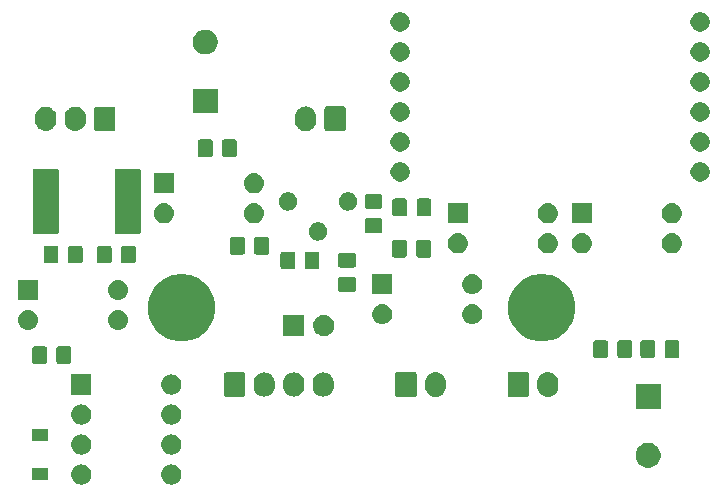
<source format=gts>
%TF.GenerationSoftware,KiCad,Pcbnew,5.0.2+dfsg1-1*%
%TF.CreationDate,2022-04-21T18:12:01+09:00*%
%TF.ProjectId,car-psu-generic,6361722d-7073-4752-9d67-656e65726963,rev?*%
%TF.SameCoordinates,Original*%
%TF.FileFunction,Soldermask,Top*%
%TF.FilePolarity,Negative*%
%FSLAX46Y46*%
G04 Gerber Fmt 4.6, Leading zero omitted, Abs format (unit mm)*
G04 Created by KiCad (PCBNEW 5.0.2+dfsg1-1) date Thu 21 Apr 2022 06:12:01 PM JST*
%MOMM*%
%LPD*%
G01*
G04 APERTURE LIST*
%ADD10C,0.100000*%
G04 APERTURE END LIST*
D10*
G36*
X109286821Y-84281313D02*
X109286824Y-84281314D01*
X109286825Y-84281314D01*
X109447239Y-84329975D01*
X109447241Y-84329976D01*
X109447244Y-84329977D01*
X109595078Y-84408995D01*
X109724659Y-84515341D01*
X109831005Y-84644922D01*
X109910023Y-84792756D01*
X109958687Y-84953179D01*
X109975117Y-85120000D01*
X109958687Y-85286821D01*
X109910023Y-85447244D01*
X109831005Y-85595078D01*
X109724659Y-85724659D01*
X109595078Y-85831005D01*
X109447244Y-85910023D01*
X109447241Y-85910024D01*
X109447239Y-85910025D01*
X109286825Y-85958686D01*
X109286824Y-85958686D01*
X109286821Y-85958687D01*
X109161804Y-85971000D01*
X109078196Y-85971000D01*
X108953179Y-85958687D01*
X108953176Y-85958686D01*
X108953175Y-85958686D01*
X108792761Y-85910025D01*
X108792759Y-85910024D01*
X108792756Y-85910023D01*
X108644922Y-85831005D01*
X108515341Y-85724659D01*
X108408995Y-85595078D01*
X108329977Y-85447244D01*
X108281313Y-85286821D01*
X108264883Y-85120000D01*
X108281313Y-84953179D01*
X108329977Y-84792756D01*
X108408995Y-84644922D01*
X108515341Y-84515341D01*
X108644922Y-84408995D01*
X108792756Y-84329977D01*
X108792759Y-84329976D01*
X108792761Y-84329975D01*
X108953175Y-84281314D01*
X108953176Y-84281314D01*
X108953179Y-84281313D01*
X109078196Y-84269000D01*
X109161804Y-84269000D01*
X109286821Y-84281313D01*
X109286821Y-84281313D01*
G37*
G36*
X101666821Y-84281313D02*
X101666824Y-84281314D01*
X101666825Y-84281314D01*
X101827239Y-84329975D01*
X101827241Y-84329976D01*
X101827244Y-84329977D01*
X101975078Y-84408995D01*
X102104659Y-84515341D01*
X102211005Y-84644922D01*
X102290023Y-84792756D01*
X102338687Y-84953179D01*
X102355117Y-85120000D01*
X102338687Y-85286821D01*
X102290023Y-85447244D01*
X102211005Y-85595078D01*
X102104659Y-85724659D01*
X101975078Y-85831005D01*
X101827244Y-85910023D01*
X101827241Y-85910024D01*
X101827239Y-85910025D01*
X101666825Y-85958686D01*
X101666824Y-85958686D01*
X101666821Y-85958687D01*
X101541804Y-85971000D01*
X101458196Y-85971000D01*
X101333179Y-85958687D01*
X101333176Y-85958686D01*
X101333175Y-85958686D01*
X101172761Y-85910025D01*
X101172759Y-85910024D01*
X101172756Y-85910023D01*
X101024922Y-85831005D01*
X100895341Y-85724659D01*
X100788995Y-85595078D01*
X100709977Y-85447244D01*
X100661313Y-85286821D01*
X100644883Y-85120000D01*
X100661313Y-84953179D01*
X100709977Y-84792756D01*
X100788995Y-84644922D01*
X100895341Y-84515341D01*
X101024922Y-84408995D01*
X101172756Y-84329977D01*
X101172759Y-84329976D01*
X101172761Y-84329975D01*
X101333175Y-84281314D01*
X101333176Y-84281314D01*
X101333179Y-84281313D01*
X101458196Y-84269000D01*
X101541804Y-84269000D01*
X101666821Y-84281313D01*
X101666821Y-84281313D01*
G37*
G36*
X98651000Y-85551000D02*
X97349000Y-85551000D01*
X97349000Y-84549000D01*
X98651000Y-84549000D01*
X98651000Y-85551000D01*
X98651000Y-85551000D01*
G37*
G36*
X149806565Y-82489389D02*
X149997834Y-82568615D01*
X150169976Y-82683637D01*
X150316363Y-82830024D01*
X150431385Y-83002166D01*
X150510611Y-83193435D01*
X150551000Y-83396484D01*
X150551000Y-83603516D01*
X150510611Y-83806565D01*
X150431385Y-83997834D01*
X150316363Y-84169976D01*
X150169976Y-84316363D01*
X149997834Y-84431385D01*
X149806565Y-84510611D01*
X149603516Y-84551000D01*
X149396484Y-84551000D01*
X149193435Y-84510611D01*
X149002166Y-84431385D01*
X148830024Y-84316363D01*
X148683637Y-84169976D01*
X148568615Y-83997834D01*
X148489389Y-83806565D01*
X148449000Y-83603516D01*
X148449000Y-83396484D01*
X148489389Y-83193435D01*
X148568615Y-83002166D01*
X148683637Y-82830024D01*
X148830024Y-82683637D01*
X149002166Y-82568615D01*
X149193435Y-82489389D01*
X149396484Y-82449000D01*
X149603516Y-82449000D01*
X149806565Y-82489389D01*
X149806565Y-82489389D01*
G37*
G36*
X101666821Y-81741313D02*
X101666824Y-81741314D01*
X101666825Y-81741314D01*
X101827239Y-81789975D01*
X101827241Y-81789976D01*
X101827244Y-81789977D01*
X101975078Y-81868995D01*
X102104659Y-81975341D01*
X102211005Y-82104922D01*
X102290023Y-82252756D01*
X102338687Y-82413179D01*
X102355117Y-82580000D01*
X102338687Y-82746821D01*
X102290023Y-82907244D01*
X102211005Y-83055078D01*
X102104659Y-83184659D01*
X101975078Y-83291005D01*
X101827244Y-83370023D01*
X101827241Y-83370024D01*
X101827239Y-83370025D01*
X101666825Y-83418686D01*
X101666824Y-83418686D01*
X101666821Y-83418687D01*
X101541804Y-83431000D01*
X101458196Y-83431000D01*
X101333179Y-83418687D01*
X101333176Y-83418686D01*
X101333175Y-83418686D01*
X101172761Y-83370025D01*
X101172759Y-83370024D01*
X101172756Y-83370023D01*
X101024922Y-83291005D01*
X100895341Y-83184659D01*
X100788995Y-83055078D01*
X100709977Y-82907244D01*
X100661313Y-82746821D01*
X100644883Y-82580000D01*
X100661313Y-82413179D01*
X100709977Y-82252756D01*
X100788995Y-82104922D01*
X100895341Y-81975341D01*
X101024922Y-81868995D01*
X101172756Y-81789977D01*
X101172759Y-81789976D01*
X101172761Y-81789975D01*
X101333175Y-81741314D01*
X101333176Y-81741314D01*
X101333179Y-81741313D01*
X101458196Y-81729000D01*
X101541804Y-81729000D01*
X101666821Y-81741313D01*
X101666821Y-81741313D01*
G37*
G36*
X109286821Y-81741313D02*
X109286824Y-81741314D01*
X109286825Y-81741314D01*
X109447239Y-81789975D01*
X109447241Y-81789976D01*
X109447244Y-81789977D01*
X109595078Y-81868995D01*
X109724659Y-81975341D01*
X109831005Y-82104922D01*
X109910023Y-82252756D01*
X109958687Y-82413179D01*
X109975117Y-82580000D01*
X109958687Y-82746821D01*
X109910023Y-82907244D01*
X109831005Y-83055078D01*
X109724659Y-83184659D01*
X109595078Y-83291005D01*
X109447244Y-83370023D01*
X109447241Y-83370024D01*
X109447239Y-83370025D01*
X109286825Y-83418686D01*
X109286824Y-83418686D01*
X109286821Y-83418687D01*
X109161804Y-83431000D01*
X109078196Y-83431000D01*
X108953179Y-83418687D01*
X108953176Y-83418686D01*
X108953175Y-83418686D01*
X108792761Y-83370025D01*
X108792759Y-83370024D01*
X108792756Y-83370023D01*
X108644922Y-83291005D01*
X108515341Y-83184659D01*
X108408995Y-83055078D01*
X108329977Y-82907244D01*
X108281313Y-82746821D01*
X108264883Y-82580000D01*
X108281313Y-82413179D01*
X108329977Y-82252756D01*
X108408995Y-82104922D01*
X108515341Y-81975341D01*
X108644922Y-81868995D01*
X108792756Y-81789977D01*
X108792759Y-81789976D01*
X108792761Y-81789975D01*
X108953175Y-81741314D01*
X108953176Y-81741314D01*
X108953179Y-81741313D01*
X109078196Y-81729000D01*
X109161804Y-81729000D01*
X109286821Y-81741313D01*
X109286821Y-81741313D01*
G37*
G36*
X98651000Y-82251000D02*
X97349000Y-82251000D01*
X97349000Y-81249000D01*
X98651000Y-81249000D01*
X98651000Y-82251000D01*
X98651000Y-82251000D01*
G37*
G36*
X109286821Y-79201313D02*
X109286824Y-79201314D01*
X109286825Y-79201314D01*
X109447239Y-79249975D01*
X109447241Y-79249976D01*
X109447244Y-79249977D01*
X109595078Y-79328995D01*
X109724659Y-79435341D01*
X109831005Y-79564922D01*
X109910023Y-79712756D01*
X109958687Y-79873179D01*
X109975117Y-80040000D01*
X109958687Y-80206821D01*
X109910023Y-80367244D01*
X109831005Y-80515078D01*
X109724659Y-80644659D01*
X109595078Y-80751005D01*
X109447244Y-80830023D01*
X109447241Y-80830024D01*
X109447239Y-80830025D01*
X109286825Y-80878686D01*
X109286824Y-80878686D01*
X109286821Y-80878687D01*
X109161804Y-80891000D01*
X109078196Y-80891000D01*
X108953179Y-80878687D01*
X108953176Y-80878686D01*
X108953175Y-80878686D01*
X108792761Y-80830025D01*
X108792759Y-80830024D01*
X108792756Y-80830023D01*
X108644922Y-80751005D01*
X108515341Y-80644659D01*
X108408995Y-80515078D01*
X108329977Y-80367244D01*
X108281313Y-80206821D01*
X108264883Y-80040000D01*
X108281313Y-79873179D01*
X108329977Y-79712756D01*
X108408995Y-79564922D01*
X108515341Y-79435341D01*
X108644922Y-79328995D01*
X108792756Y-79249977D01*
X108792759Y-79249976D01*
X108792761Y-79249975D01*
X108953175Y-79201314D01*
X108953176Y-79201314D01*
X108953179Y-79201313D01*
X109078196Y-79189000D01*
X109161804Y-79189000D01*
X109286821Y-79201313D01*
X109286821Y-79201313D01*
G37*
G36*
X101666821Y-79201313D02*
X101666824Y-79201314D01*
X101666825Y-79201314D01*
X101827239Y-79249975D01*
X101827241Y-79249976D01*
X101827244Y-79249977D01*
X101975078Y-79328995D01*
X102104659Y-79435341D01*
X102211005Y-79564922D01*
X102290023Y-79712756D01*
X102338687Y-79873179D01*
X102355117Y-80040000D01*
X102338687Y-80206821D01*
X102290023Y-80367244D01*
X102211005Y-80515078D01*
X102104659Y-80644659D01*
X101975078Y-80751005D01*
X101827244Y-80830023D01*
X101827241Y-80830024D01*
X101827239Y-80830025D01*
X101666825Y-80878686D01*
X101666824Y-80878686D01*
X101666821Y-80878687D01*
X101541804Y-80891000D01*
X101458196Y-80891000D01*
X101333179Y-80878687D01*
X101333176Y-80878686D01*
X101333175Y-80878686D01*
X101172761Y-80830025D01*
X101172759Y-80830024D01*
X101172756Y-80830023D01*
X101024922Y-80751005D01*
X100895341Y-80644659D01*
X100788995Y-80515078D01*
X100709977Y-80367244D01*
X100661313Y-80206821D01*
X100644883Y-80040000D01*
X100661313Y-79873179D01*
X100709977Y-79712756D01*
X100788995Y-79564922D01*
X100895341Y-79435341D01*
X101024922Y-79328995D01*
X101172756Y-79249977D01*
X101172759Y-79249976D01*
X101172761Y-79249975D01*
X101333175Y-79201314D01*
X101333176Y-79201314D01*
X101333179Y-79201313D01*
X101458196Y-79189000D01*
X101541804Y-79189000D01*
X101666821Y-79201313D01*
X101666821Y-79201313D01*
G37*
G36*
X150551000Y-79551000D02*
X148449000Y-79551000D01*
X148449000Y-77449000D01*
X150551000Y-77449000D01*
X150551000Y-79551000D01*
X150551000Y-79551000D01*
G37*
G36*
X131676626Y-76462037D02*
X131782561Y-76494172D01*
X131846466Y-76513557D01*
X132002989Y-76597221D01*
X132140186Y-76709814D01*
X132205167Y-76788995D01*
X132252778Y-76847009D01*
X132252779Y-76847011D01*
X132336443Y-77003533D01*
X132344027Y-77028534D01*
X132387963Y-77173373D01*
X132401000Y-77305742D01*
X132401000Y-77694257D01*
X132387963Y-77826626D01*
X132336443Y-77996466D01*
X132252778Y-78152991D01*
X132252777Y-78152992D01*
X132140186Y-78290186D01*
X132052178Y-78362411D01*
X132002991Y-78402778D01*
X132002989Y-78402779D01*
X131846467Y-78486443D01*
X131815930Y-78495706D01*
X131676627Y-78537963D01*
X131500000Y-78555359D01*
X131323374Y-78537963D01*
X131184071Y-78495706D01*
X131153534Y-78486443D01*
X130997012Y-78402779D01*
X130997010Y-78402778D01*
X130859816Y-78290186D01*
X130859812Y-78290183D01*
X130747222Y-78152992D01*
X130663557Y-77996467D01*
X130646384Y-77939853D01*
X130612037Y-77826627D01*
X130599000Y-77694258D01*
X130599000Y-77305743D01*
X130612037Y-77173374D01*
X130655973Y-77028535D01*
X130663557Y-77003534D01*
X130747221Y-76847011D01*
X130859814Y-76709814D01*
X130973641Y-76616400D01*
X130997009Y-76597222D01*
X131022960Y-76583351D01*
X131153533Y-76513557D01*
X131217438Y-76494172D01*
X131323373Y-76462037D01*
X131500000Y-76444641D01*
X131676626Y-76462037D01*
X131676626Y-76462037D01*
G37*
G36*
X141176626Y-76462037D02*
X141282561Y-76494172D01*
X141346466Y-76513557D01*
X141502989Y-76597221D01*
X141640186Y-76709814D01*
X141705167Y-76788995D01*
X141752778Y-76847009D01*
X141752779Y-76847011D01*
X141836443Y-77003533D01*
X141844027Y-77028534D01*
X141887963Y-77173373D01*
X141901000Y-77305742D01*
X141901000Y-77694257D01*
X141887963Y-77826626D01*
X141836443Y-77996466D01*
X141752778Y-78152991D01*
X141752777Y-78152992D01*
X141640186Y-78290186D01*
X141552178Y-78362411D01*
X141502991Y-78402778D01*
X141502989Y-78402779D01*
X141346467Y-78486443D01*
X141315930Y-78495706D01*
X141176627Y-78537963D01*
X141000000Y-78555359D01*
X140823374Y-78537963D01*
X140684071Y-78495706D01*
X140653534Y-78486443D01*
X140497012Y-78402779D01*
X140497010Y-78402778D01*
X140359816Y-78290186D01*
X140359812Y-78290183D01*
X140247222Y-78152992D01*
X140163557Y-77996467D01*
X140146384Y-77939853D01*
X140112037Y-77826627D01*
X140099000Y-77694258D01*
X140099000Y-77305743D01*
X140112037Y-77173374D01*
X140155973Y-77028535D01*
X140163557Y-77003534D01*
X140247221Y-76847011D01*
X140359814Y-76709814D01*
X140473641Y-76616400D01*
X140497009Y-76597222D01*
X140522960Y-76583351D01*
X140653533Y-76513557D01*
X140717438Y-76494172D01*
X140823373Y-76462037D01*
X141000000Y-76444641D01*
X141176626Y-76462037D01*
X141176626Y-76462037D01*
G37*
G36*
X139258600Y-76452989D02*
X139291649Y-76463014D01*
X139322106Y-76479294D01*
X139348799Y-76501201D01*
X139370706Y-76527894D01*
X139386986Y-76558351D01*
X139397011Y-76591400D01*
X139401000Y-76631904D01*
X139401000Y-78368096D01*
X139397011Y-78408600D01*
X139386986Y-78441649D01*
X139370706Y-78472106D01*
X139348799Y-78498799D01*
X139322106Y-78520706D01*
X139291649Y-78536986D01*
X139258600Y-78547011D01*
X139218096Y-78551000D01*
X137781904Y-78551000D01*
X137741400Y-78547011D01*
X137708351Y-78536986D01*
X137677894Y-78520706D01*
X137651201Y-78498799D01*
X137629294Y-78472106D01*
X137613014Y-78441649D01*
X137602989Y-78408600D01*
X137599000Y-78368096D01*
X137599000Y-76631904D01*
X137602989Y-76591400D01*
X137613014Y-76558351D01*
X137629294Y-76527894D01*
X137651201Y-76501201D01*
X137677894Y-76479294D01*
X137708351Y-76463014D01*
X137741400Y-76452989D01*
X137781904Y-76449000D01*
X139218096Y-76449000D01*
X139258600Y-76452989D01*
X139258600Y-76452989D01*
G37*
G36*
X129758600Y-76452989D02*
X129791649Y-76463014D01*
X129822106Y-76479294D01*
X129848799Y-76501201D01*
X129870706Y-76527894D01*
X129886986Y-76558351D01*
X129897011Y-76591400D01*
X129901000Y-76631904D01*
X129901000Y-78368096D01*
X129897011Y-78408600D01*
X129886986Y-78441649D01*
X129870706Y-78472106D01*
X129848799Y-78498799D01*
X129822106Y-78520706D01*
X129791649Y-78536986D01*
X129758600Y-78547011D01*
X129718096Y-78551000D01*
X128281904Y-78551000D01*
X128241400Y-78547011D01*
X128208351Y-78536986D01*
X128177894Y-78520706D01*
X128151201Y-78498799D01*
X128129294Y-78472106D01*
X128113014Y-78441649D01*
X128102989Y-78408600D01*
X128099000Y-78368096D01*
X128099000Y-76631904D01*
X128102989Y-76591400D01*
X128113014Y-76558351D01*
X128129294Y-76527894D01*
X128151201Y-76501201D01*
X128177894Y-76479294D01*
X128208351Y-76463014D01*
X128241400Y-76452989D01*
X128281904Y-76449000D01*
X129718096Y-76449000D01*
X129758600Y-76452989D01*
X129758600Y-76452989D01*
G37*
G36*
X122176626Y-76487037D02*
X122289852Y-76521384D01*
X122346466Y-76538557D01*
X122502989Y-76622221D01*
X122640186Y-76734814D01*
X122684651Y-76788996D01*
X122752778Y-76872009D01*
X122752779Y-76872011D01*
X122836443Y-77028533D01*
X122853616Y-77085147D01*
X122887963Y-77198373D01*
X122887963Y-77198375D01*
X122901000Y-77330740D01*
X122901000Y-77669259D01*
X122894482Y-77735441D01*
X122887963Y-77801626D01*
X122836443Y-77971466D01*
X122752778Y-78127991D01*
X122732261Y-78152991D01*
X122640186Y-78265186D01*
X122550623Y-78338687D01*
X122502991Y-78377778D01*
X122502989Y-78377779D01*
X122346467Y-78461443D01*
X122311315Y-78472106D01*
X122176627Y-78512963D01*
X122000000Y-78530359D01*
X121823374Y-78512963D01*
X121688686Y-78472106D01*
X121653534Y-78461443D01*
X121497012Y-78377779D01*
X121497010Y-78377778D01*
X121390279Y-78290186D01*
X121359812Y-78265183D01*
X121247222Y-78127992D01*
X121163557Y-77971467D01*
X121119808Y-77827244D01*
X121112037Y-77801627D01*
X121099000Y-77669258D01*
X121099000Y-77330743D01*
X121101463Y-77305740D01*
X121112037Y-77198376D01*
X121112037Y-77198374D01*
X121163557Y-77028535D01*
X121163557Y-77028534D01*
X121247221Y-76872011D01*
X121359814Y-76734814D01*
X121464380Y-76649000D01*
X121497009Y-76622222D01*
X121543782Y-76597221D01*
X121653533Y-76538557D01*
X121710147Y-76521384D01*
X121823373Y-76487037D01*
X122000000Y-76469641D01*
X122176626Y-76487037D01*
X122176626Y-76487037D01*
G37*
G36*
X119676626Y-76487037D02*
X119789852Y-76521384D01*
X119846466Y-76538557D01*
X120002989Y-76622221D01*
X120140186Y-76734814D01*
X120184651Y-76788996D01*
X120252778Y-76872009D01*
X120252779Y-76872011D01*
X120336443Y-77028533D01*
X120353616Y-77085147D01*
X120387963Y-77198373D01*
X120387963Y-77198375D01*
X120401000Y-77330740D01*
X120401000Y-77669259D01*
X120394482Y-77735441D01*
X120387963Y-77801626D01*
X120336443Y-77971466D01*
X120252778Y-78127991D01*
X120232261Y-78152991D01*
X120140186Y-78265186D01*
X120050623Y-78338687D01*
X120002991Y-78377778D01*
X120002989Y-78377779D01*
X119846467Y-78461443D01*
X119811315Y-78472106D01*
X119676627Y-78512963D01*
X119500000Y-78530359D01*
X119323374Y-78512963D01*
X119188686Y-78472106D01*
X119153534Y-78461443D01*
X118997012Y-78377779D01*
X118997010Y-78377778D01*
X118890279Y-78290186D01*
X118859812Y-78265183D01*
X118747222Y-78127992D01*
X118663557Y-77971467D01*
X118619808Y-77827244D01*
X118612037Y-77801627D01*
X118599000Y-77669258D01*
X118599000Y-77330743D01*
X118601463Y-77305740D01*
X118612037Y-77198376D01*
X118612037Y-77198374D01*
X118663557Y-77028535D01*
X118663557Y-77028534D01*
X118747221Y-76872011D01*
X118859814Y-76734814D01*
X118964380Y-76649000D01*
X118997009Y-76622222D01*
X119043782Y-76597221D01*
X119153533Y-76538557D01*
X119210147Y-76521384D01*
X119323373Y-76487037D01*
X119500000Y-76469641D01*
X119676626Y-76487037D01*
X119676626Y-76487037D01*
G37*
G36*
X117176626Y-76487037D02*
X117289852Y-76521384D01*
X117346466Y-76538557D01*
X117502989Y-76622221D01*
X117640186Y-76734814D01*
X117684651Y-76788996D01*
X117752778Y-76872009D01*
X117752779Y-76872011D01*
X117836443Y-77028533D01*
X117853616Y-77085147D01*
X117887963Y-77198373D01*
X117887963Y-77198375D01*
X117901000Y-77330740D01*
X117901000Y-77669259D01*
X117894482Y-77735441D01*
X117887963Y-77801626D01*
X117836443Y-77971466D01*
X117752778Y-78127991D01*
X117732261Y-78152991D01*
X117640186Y-78265186D01*
X117550623Y-78338687D01*
X117502991Y-78377778D01*
X117502989Y-78377779D01*
X117346467Y-78461443D01*
X117311315Y-78472106D01*
X117176627Y-78512963D01*
X117000000Y-78530359D01*
X116823374Y-78512963D01*
X116688686Y-78472106D01*
X116653534Y-78461443D01*
X116497012Y-78377779D01*
X116497010Y-78377778D01*
X116390279Y-78290186D01*
X116359812Y-78265183D01*
X116247222Y-78127992D01*
X116163557Y-77971467D01*
X116119808Y-77827244D01*
X116112037Y-77801627D01*
X116099000Y-77669258D01*
X116099000Y-77330743D01*
X116101463Y-77305740D01*
X116112037Y-77198376D01*
X116112037Y-77198374D01*
X116163557Y-77028535D01*
X116163557Y-77028534D01*
X116247221Y-76872011D01*
X116359814Y-76734814D01*
X116464380Y-76649000D01*
X116497009Y-76622222D01*
X116543782Y-76597221D01*
X116653533Y-76538557D01*
X116710147Y-76521384D01*
X116823373Y-76487037D01*
X117000000Y-76469641D01*
X117176626Y-76487037D01*
X117176626Y-76487037D01*
G37*
G36*
X115258600Y-76477989D02*
X115291649Y-76488014D01*
X115322106Y-76504294D01*
X115348799Y-76526201D01*
X115370706Y-76552894D01*
X115386986Y-76583351D01*
X115397011Y-76616400D01*
X115401000Y-76656904D01*
X115401000Y-78343096D01*
X115397011Y-78383600D01*
X115386986Y-78416649D01*
X115370706Y-78447106D01*
X115348799Y-78473799D01*
X115322106Y-78495706D01*
X115291649Y-78511986D01*
X115258600Y-78522011D01*
X115218096Y-78526000D01*
X113781904Y-78526000D01*
X113741400Y-78522011D01*
X113708351Y-78511986D01*
X113677894Y-78495706D01*
X113651201Y-78473799D01*
X113629294Y-78447106D01*
X113613014Y-78416649D01*
X113602989Y-78383600D01*
X113599000Y-78343096D01*
X113599000Y-76656904D01*
X113602989Y-76616400D01*
X113613014Y-76583351D01*
X113629294Y-76552894D01*
X113651201Y-76526201D01*
X113677894Y-76504294D01*
X113708351Y-76488014D01*
X113741400Y-76477989D01*
X113781904Y-76474000D01*
X115218096Y-76474000D01*
X115258600Y-76477989D01*
X115258600Y-76477989D01*
G37*
G36*
X109286821Y-76661313D02*
X109286824Y-76661314D01*
X109286825Y-76661314D01*
X109447239Y-76709975D01*
X109447241Y-76709976D01*
X109447244Y-76709977D01*
X109595078Y-76788995D01*
X109724659Y-76895341D01*
X109831005Y-77024922D01*
X109910023Y-77172756D01*
X109910024Y-77172759D01*
X109910025Y-77172761D01*
X109957948Y-77330742D01*
X109958687Y-77333179D01*
X109975117Y-77500000D01*
X109958687Y-77666821D01*
X109958686Y-77666824D01*
X109958686Y-77666825D01*
X109910211Y-77826627D01*
X109910023Y-77827244D01*
X109831005Y-77975078D01*
X109724659Y-78104659D01*
X109595078Y-78211005D01*
X109447244Y-78290023D01*
X109447241Y-78290024D01*
X109447239Y-78290025D01*
X109286825Y-78338686D01*
X109286824Y-78338686D01*
X109286821Y-78338687D01*
X109161804Y-78351000D01*
X109078196Y-78351000D01*
X108953179Y-78338687D01*
X108953176Y-78338686D01*
X108953175Y-78338686D01*
X108792761Y-78290025D01*
X108792759Y-78290024D01*
X108792756Y-78290023D01*
X108644922Y-78211005D01*
X108515341Y-78104659D01*
X108408995Y-77975078D01*
X108329977Y-77827244D01*
X108329790Y-77826627D01*
X108281314Y-77666825D01*
X108281314Y-77666824D01*
X108281313Y-77666821D01*
X108264883Y-77500000D01*
X108281313Y-77333179D01*
X108282052Y-77330742D01*
X108329975Y-77172761D01*
X108329976Y-77172759D01*
X108329977Y-77172756D01*
X108408995Y-77024922D01*
X108515341Y-76895341D01*
X108644922Y-76788995D01*
X108792756Y-76709977D01*
X108792759Y-76709976D01*
X108792761Y-76709975D01*
X108953175Y-76661314D01*
X108953176Y-76661314D01*
X108953179Y-76661313D01*
X109078196Y-76649000D01*
X109161804Y-76649000D01*
X109286821Y-76661313D01*
X109286821Y-76661313D01*
G37*
G36*
X102351000Y-78351000D02*
X100649000Y-78351000D01*
X100649000Y-76649000D01*
X102351000Y-76649000D01*
X102351000Y-78351000D01*
X102351000Y-78351000D01*
G37*
G36*
X100488677Y-74253465D02*
X100526364Y-74264898D01*
X100561103Y-74283466D01*
X100591548Y-74308452D01*
X100616534Y-74338897D01*
X100635102Y-74373636D01*
X100646535Y-74411323D01*
X100651000Y-74456661D01*
X100651000Y-75543339D01*
X100646535Y-75588677D01*
X100635102Y-75626364D01*
X100616534Y-75661103D01*
X100591548Y-75691548D01*
X100561103Y-75716534D01*
X100526364Y-75735102D01*
X100488677Y-75746535D01*
X100443339Y-75751000D01*
X99606661Y-75751000D01*
X99561323Y-75746535D01*
X99523636Y-75735102D01*
X99488897Y-75716534D01*
X99458452Y-75691548D01*
X99433466Y-75661103D01*
X99414898Y-75626364D01*
X99403465Y-75588677D01*
X99399000Y-75543339D01*
X99399000Y-74456661D01*
X99403465Y-74411323D01*
X99414898Y-74373636D01*
X99433466Y-74338897D01*
X99458452Y-74308452D01*
X99488897Y-74283466D01*
X99523636Y-74264898D01*
X99561323Y-74253465D01*
X99606661Y-74249000D01*
X100443339Y-74249000D01*
X100488677Y-74253465D01*
X100488677Y-74253465D01*
G37*
G36*
X98438677Y-74253465D02*
X98476364Y-74264898D01*
X98511103Y-74283466D01*
X98541548Y-74308452D01*
X98566534Y-74338897D01*
X98585102Y-74373636D01*
X98596535Y-74411323D01*
X98601000Y-74456661D01*
X98601000Y-75543339D01*
X98596535Y-75588677D01*
X98585102Y-75626364D01*
X98566534Y-75661103D01*
X98541548Y-75691548D01*
X98511103Y-75716534D01*
X98476364Y-75735102D01*
X98438677Y-75746535D01*
X98393339Y-75751000D01*
X97556661Y-75751000D01*
X97511323Y-75746535D01*
X97473636Y-75735102D01*
X97438897Y-75716534D01*
X97408452Y-75691548D01*
X97383466Y-75661103D01*
X97364898Y-75626364D01*
X97353465Y-75588677D01*
X97349000Y-75543339D01*
X97349000Y-74456661D01*
X97353465Y-74411323D01*
X97364898Y-74373636D01*
X97383466Y-74338897D01*
X97408452Y-74308452D01*
X97438897Y-74283466D01*
X97473636Y-74264898D01*
X97511323Y-74253465D01*
X97556661Y-74249000D01*
X98393339Y-74249000D01*
X98438677Y-74253465D01*
X98438677Y-74253465D01*
G37*
G36*
X147988677Y-73753465D02*
X148026364Y-73764898D01*
X148061103Y-73783466D01*
X148091548Y-73808452D01*
X148116534Y-73838897D01*
X148135102Y-73873636D01*
X148146535Y-73911323D01*
X148151000Y-73956661D01*
X148151000Y-75043339D01*
X148146535Y-75088677D01*
X148135102Y-75126364D01*
X148116534Y-75161103D01*
X148091548Y-75191548D01*
X148061103Y-75216534D01*
X148026364Y-75235102D01*
X147988677Y-75246535D01*
X147943339Y-75251000D01*
X147106661Y-75251000D01*
X147061323Y-75246535D01*
X147023636Y-75235102D01*
X146988897Y-75216534D01*
X146958452Y-75191548D01*
X146933466Y-75161103D01*
X146914898Y-75126364D01*
X146903465Y-75088677D01*
X146899000Y-75043339D01*
X146899000Y-73956661D01*
X146903465Y-73911323D01*
X146914898Y-73873636D01*
X146933466Y-73838897D01*
X146958452Y-73808452D01*
X146988897Y-73783466D01*
X147023636Y-73764898D01*
X147061323Y-73753465D01*
X147106661Y-73749000D01*
X147943339Y-73749000D01*
X147988677Y-73753465D01*
X147988677Y-73753465D01*
G37*
G36*
X149938677Y-73753465D02*
X149976364Y-73764898D01*
X150011103Y-73783466D01*
X150041548Y-73808452D01*
X150066534Y-73838897D01*
X150085102Y-73873636D01*
X150096535Y-73911323D01*
X150101000Y-73956661D01*
X150101000Y-75043339D01*
X150096535Y-75088677D01*
X150085102Y-75126364D01*
X150066534Y-75161103D01*
X150041548Y-75191548D01*
X150011103Y-75216534D01*
X149976364Y-75235102D01*
X149938677Y-75246535D01*
X149893339Y-75251000D01*
X149056661Y-75251000D01*
X149011323Y-75246535D01*
X148973636Y-75235102D01*
X148938897Y-75216534D01*
X148908452Y-75191548D01*
X148883466Y-75161103D01*
X148864898Y-75126364D01*
X148853465Y-75088677D01*
X148849000Y-75043339D01*
X148849000Y-73956661D01*
X148853465Y-73911323D01*
X148864898Y-73873636D01*
X148883466Y-73838897D01*
X148908452Y-73808452D01*
X148938897Y-73783466D01*
X148973636Y-73764898D01*
X149011323Y-73753465D01*
X149056661Y-73749000D01*
X149893339Y-73749000D01*
X149938677Y-73753465D01*
X149938677Y-73753465D01*
G37*
G36*
X145938677Y-73753465D02*
X145976364Y-73764898D01*
X146011103Y-73783466D01*
X146041548Y-73808452D01*
X146066534Y-73838897D01*
X146085102Y-73873636D01*
X146096535Y-73911323D01*
X146101000Y-73956661D01*
X146101000Y-75043339D01*
X146096535Y-75088677D01*
X146085102Y-75126364D01*
X146066534Y-75161103D01*
X146041548Y-75191548D01*
X146011103Y-75216534D01*
X145976364Y-75235102D01*
X145938677Y-75246535D01*
X145893339Y-75251000D01*
X145056661Y-75251000D01*
X145011323Y-75246535D01*
X144973636Y-75235102D01*
X144938897Y-75216534D01*
X144908452Y-75191548D01*
X144883466Y-75161103D01*
X144864898Y-75126364D01*
X144853465Y-75088677D01*
X144849000Y-75043339D01*
X144849000Y-73956661D01*
X144853465Y-73911323D01*
X144864898Y-73873636D01*
X144883466Y-73838897D01*
X144908452Y-73808452D01*
X144938897Y-73783466D01*
X144973636Y-73764898D01*
X145011323Y-73753465D01*
X145056661Y-73749000D01*
X145893339Y-73749000D01*
X145938677Y-73753465D01*
X145938677Y-73753465D01*
G37*
G36*
X151988677Y-73753465D02*
X152026364Y-73764898D01*
X152061103Y-73783466D01*
X152091548Y-73808452D01*
X152116534Y-73838897D01*
X152135102Y-73873636D01*
X152146535Y-73911323D01*
X152151000Y-73956661D01*
X152151000Y-75043339D01*
X152146535Y-75088677D01*
X152135102Y-75126364D01*
X152116534Y-75161103D01*
X152091548Y-75191548D01*
X152061103Y-75216534D01*
X152026364Y-75235102D01*
X151988677Y-75246535D01*
X151943339Y-75251000D01*
X151106661Y-75251000D01*
X151061323Y-75246535D01*
X151023636Y-75235102D01*
X150988897Y-75216534D01*
X150958452Y-75191548D01*
X150933466Y-75161103D01*
X150914898Y-75126364D01*
X150903465Y-75088677D01*
X150899000Y-75043339D01*
X150899000Y-73956661D01*
X150903465Y-73911323D01*
X150914898Y-73873636D01*
X150933466Y-73838897D01*
X150958452Y-73808452D01*
X150988897Y-73783466D01*
X151023636Y-73764898D01*
X151061323Y-73753465D01*
X151106661Y-73749000D01*
X151943339Y-73749000D01*
X151988677Y-73753465D01*
X151988677Y-73753465D01*
G37*
G36*
X110556202Y-68203781D02*
X110831606Y-68258562D01*
X111350455Y-68473476D01*
X111648698Y-68672756D01*
X111817410Y-68785486D01*
X112214514Y-69182590D01*
X112214516Y-69182593D01*
X112526524Y-69649545D01*
X112741438Y-70168394D01*
X112851000Y-70719201D01*
X112851000Y-71280799D01*
X112741438Y-71831606D01*
X112526524Y-72350455D01*
X112426601Y-72500000D01*
X112214514Y-72817410D01*
X111817410Y-73214514D01*
X111817407Y-73214516D01*
X111350455Y-73526524D01*
X110831606Y-73741438D01*
X110713664Y-73764898D01*
X110280800Y-73851000D01*
X109719200Y-73851000D01*
X109286336Y-73764898D01*
X109168394Y-73741438D01*
X108649545Y-73526524D01*
X108182593Y-73214516D01*
X108182590Y-73214514D01*
X107785486Y-72817410D01*
X107573399Y-72500000D01*
X107473476Y-72350455D01*
X107258562Y-71831606D01*
X107149000Y-71280799D01*
X107149000Y-70719201D01*
X107258562Y-70168394D01*
X107473476Y-69649545D01*
X107785484Y-69182593D01*
X107785486Y-69182590D01*
X108182590Y-68785486D01*
X108351302Y-68672756D01*
X108649545Y-68473476D01*
X109168394Y-68258562D01*
X109443798Y-68203781D01*
X109719200Y-68149000D01*
X110280800Y-68149000D01*
X110556202Y-68203781D01*
X110556202Y-68203781D01*
G37*
G36*
X141056202Y-68203781D02*
X141331606Y-68258562D01*
X141850455Y-68473476D01*
X142148698Y-68672756D01*
X142317410Y-68785486D01*
X142714514Y-69182590D01*
X142714516Y-69182593D01*
X143026524Y-69649545D01*
X143241438Y-70168394D01*
X143351000Y-70719201D01*
X143351000Y-71280799D01*
X143241438Y-71831606D01*
X143026524Y-72350455D01*
X142926601Y-72500000D01*
X142714514Y-72817410D01*
X142317410Y-73214514D01*
X142317407Y-73214516D01*
X141850455Y-73526524D01*
X141331606Y-73741438D01*
X141213664Y-73764898D01*
X140780800Y-73851000D01*
X140219200Y-73851000D01*
X139786336Y-73764898D01*
X139668394Y-73741438D01*
X139149545Y-73526524D01*
X138682593Y-73214516D01*
X138682590Y-73214514D01*
X138285486Y-72817410D01*
X138073399Y-72500000D01*
X137973476Y-72350455D01*
X137758562Y-71831606D01*
X137649000Y-71280799D01*
X137649000Y-70719201D01*
X137758562Y-70168394D01*
X137973476Y-69649545D01*
X138285484Y-69182593D01*
X138285486Y-69182590D01*
X138682590Y-68785486D01*
X138851302Y-68672756D01*
X139149545Y-68473476D01*
X139668394Y-68258562D01*
X139943798Y-68203781D01*
X140219200Y-68149000D01*
X140780800Y-68149000D01*
X141056202Y-68203781D01*
X141056202Y-68203781D01*
G37*
G36*
X122150443Y-71605519D02*
X122216627Y-71612037D01*
X122329853Y-71646384D01*
X122386467Y-71663557D01*
X122478510Y-71712756D01*
X122542991Y-71747222D01*
X122578729Y-71776552D01*
X122680186Y-71859814D01*
X122763448Y-71961271D01*
X122792778Y-71997009D01*
X122792779Y-71997011D01*
X122876443Y-72153533D01*
X122876443Y-72153534D01*
X122927963Y-72323373D01*
X122945359Y-72500000D01*
X122927963Y-72676627D01*
X122905401Y-72751004D01*
X122876443Y-72846467D01*
X122852639Y-72891000D01*
X122792778Y-73002991D01*
X122763448Y-73038729D01*
X122680186Y-73140186D01*
X122589613Y-73214516D01*
X122542991Y-73252778D01*
X122542989Y-73252779D01*
X122386467Y-73336443D01*
X122329853Y-73353616D01*
X122216627Y-73387963D01*
X122150443Y-73394481D01*
X122084260Y-73401000D01*
X121995740Y-73401000D01*
X121929557Y-73394481D01*
X121863373Y-73387963D01*
X121750147Y-73353616D01*
X121693533Y-73336443D01*
X121537011Y-73252779D01*
X121537009Y-73252778D01*
X121490387Y-73214516D01*
X121399814Y-73140186D01*
X121316552Y-73038729D01*
X121287222Y-73002991D01*
X121227361Y-72891000D01*
X121203557Y-72846467D01*
X121174599Y-72751004D01*
X121152037Y-72676627D01*
X121134641Y-72500000D01*
X121152037Y-72323373D01*
X121203557Y-72153534D01*
X121203557Y-72153533D01*
X121287221Y-71997011D01*
X121287222Y-71997009D01*
X121316552Y-71961271D01*
X121399814Y-71859814D01*
X121501271Y-71776552D01*
X121537009Y-71747222D01*
X121601490Y-71712756D01*
X121693533Y-71663557D01*
X121750147Y-71646384D01*
X121863373Y-71612037D01*
X121929557Y-71605519D01*
X121995740Y-71599000D01*
X122084260Y-71599000D01*
X122150443Y-71605519D01*
X122150443Y-71605519D01*
G37*
G36*
X120401000Y-73401000D02*
X118599000Y-73401000D01*
X118599000Y-71599000D01*
X120401000Y-71599000D01*
X120401000Y-73401000D01*
X120401000Y-73401000D01*
G37*
G36*
X104786821Y-71201313D02*
X104786824Y-71201314D01*
X104786825Y-71201314D01*
X104947239Y-71249975D01*
X104947241Y-71249976D01*
X104947244Y-71249977D01*
X105095078Y-71328995D01*
X105224659Y-71435341D01*
X105331005Y-71564922D01*
X105410023Y-71712756D01*
X105410024Y-71712759D01*
X105410025Y-71712761D01*
X105446076Y-71831605D01*
X105458687Y-71873179D01*
X105475117Y-72040000D01*
X105458687Y-72206821D01*
X105458686Y-72206824D01*
X105458686Y-72206825D01*
X105415117Y-72350454D01*
X105410023Y-72367244D01*
X105331005Y-72515078D01*
X105224659Y-72644659D01*
X105095078Y-72751005D01*
X104947244Y-72830023D01*
X104947241Y-72830024D01*
X104947239Y-72830025D01*
X104786825Y-72878686D01*
X104786824Y-72878686D01*
X104786821Y-72878687D01*
X104661804Y-72891000D01*
X104578196Y-72891000D01*
X104453179Y-72878687D01*
X104453176Y-72878686D01*
X104453175Y-72878686D01*
X104292761Y-72830025D01*
X104292759Y-72830024D01*
X104292756Y-72830023D01*
X104144922Y-72751005D01*
X104015341Y-72644659D01*
X103908995Y-72515078D01*
X103829977Y-72367244D01*
X103824884Y-72350454D01*
X103781314Y-72206825D01*
X103781314Y-72206824D01*
X103781313Y-72206821D01*
X103764883Y-72040000D01*
X103781313Y-71873179D01*
X103793924Y-71831605D01*
X103829975Y-71712761D01*
X103829976Y-71712759D01*
X103829977Y-71712756D01*
X103908995Y-71564922D01*
X104015341Y-71435341D01*
X104144922Y-71328995D01*
X104292756Y-71249977D01*
X104292759Y-71249976D01*
X104292761Y-71249975D01*
X104453175Y-71201314D01*
X104453176Y-71201314D01*
X104453179Y-71201313D01*
X104578196Y-71189000D01*
X104661804Y-71189000D01*
X104786821Y-71201313D01*
X104786821Y-71201313D01*
G37*
G36*
X97166821Y-71201313D02*
X97166824Y-71201314D01*
X97166825Y-71201314D01*
X97327239Y-71249975D01*
X97327241Y-71249976D01*
X97327244Y-71249977D01*
X97475078Y-71328995D01*
X97604659Y-71435341D01*
X97711005Y-71564922D01*
X97790023Y-71712756D01*
X97790024Y-71712759D01*
X97790025Y-71712761D01*
X97826076Y-71831605D01*
X97838687Y-71873179D01*
X97855117Y-72040000D01*
X97838687Y-72206821D01*
X97838686Y-72206824D01*
X97838686Y-72206825D01*
X97795117Y-72350454D01*
X97790023Y-72367244D01*
X97711005Y-72515078D01*
X97604659Y-72644659D01*
X97475078Y-72751005D01*
X97327244Y-72830023D01*
X97327241Y-72830024D01*
X97327239Y-72830025D01*
X97166825Y-72878686D01*
X97166824Y-72878686D01*
X97166821Y-72878687D01*
X97041804Y-72891000D01*
X96958196Y-72891000D01*
X96833179Y-72878687D01*
X96833176Y-72878686D01*
X96833175Y-72878686D01*
X96672761Y-72830025D01*
X96672759Y-72830024D01*
X96672756Y-72830023D01*
X96524922Y-72751005D01*
X96395341Y-72644659D01*
X96288995Y-72515078D01*
X96209977Y-72367244D01*
X96204884Y-72350454D01*
X96161314Y-72206825D01*
X96161314Y-72206824D01*
X96161313Y-72206821D01*
X96144883Y-72040000D01*
X96161313Y-71873179D01*
X96173924Y-71831605D01*
X96209975Y-71712761D01*
X96209976Y-71712759D01*
X96209977Y-71712756D01*
X96288995Y-71564922D01*
X96395341Y-71435341D01*
X96524922Y-71328995D01*
X96672756Y-71249977D01*
X96672759Y-71249976D01*
X96672761Y-71249975D01*
X96833175Y-71201314D01*
X96833176Y-71201314D01*
X96833179Y-71201313D01*
X96958196Y-71189000D01*
X97041804Y-71189000D01*
X97166821Y-71201313D01*
X97166821Y-71201313D01*
G37*
G36*
X134786821Y-70701313D02*
X134786824Y-70701314D01*
X134786825Y-70701314D01*
X134947239Y-70749975D01*
X134947241Y-70749976D01*
X134947244Y-70749977D01*
X135095078Y-70828995D01*
X135224659Y-70935341D01*
X135331005Y-71064922D01*
X135410023Y-71212756D01*
X135410024Y-71212759D01*
X135410025Y-71212761D01*
X135421314Y-71249977D01*
X135458687Y-71373179D01*
X135475117Y-71540000D01*
X135458687Y-71706821D01*
X135458686Y-71706824D01*
X135458686Y-71706825D01*
X135446432Y-71747222D01*
X135410023Y-71867244D01*
X135331005Y-72015078D01*
X135224659Y-72144659D01*
X135095078Y-72251005D01*
X134947244Y-72330023D01*
X134947241Y-72330024D01*
X134947239Y-72330025D01*
X134786825Y-72378686D01*
X134786824Y-72378686D01*
X134786821Y-72378687D01*
X134661804Y-72391000D01*
X134578196Y-72391000D01*
X134453179Y-72378687D01*
X134453176Y-72378686D01*
X134453175Y-72378686D01*
X134292761Y-72330025D01*
X134292759Y-72330024D01*
X134292756Y-72330023D01*
X134144922Y-72251005D01*
X134015341Y-72144659D01*
X133908995Y-72015078D01*
X133829977Y-71867244D01*
X133793569Y-71747222D01*
X133781314Y-71706825D01*
X133781314Y-71706824D01*
X133781313Y-71706821D01*
X133764883Y-71540000D01*
X133781313Y-71373179D01*
X133818686Y-71249977D01*
X133829975Y-71212761D01*
X133829976Y-71212759D01*
X133829977Y-71212756D01*
X133908995Y-71064922D01*
X134015341Y-70935341D01*
X134144922Y-70828995D01*
X134292756Y-70749977D01*
X134292759Y-70749976D01*
X134292761Y-70749975D01*
X134453175Y-70701314D01*
X134453176Y-70701314D01*
X134453179Y-70701313D01*
X134578196Y-70689000D01*
X134661804Y-70689000D01*
X134786821Y-70701313D01*
X134786821Y-70701313D01*
G37*
G36*
X127166821Y-70701313D02*
X127166824Y-70701314D01*
X127166825Y-70701314D01*
X127327239Y-70749975D01*
X127327241Y-70749976D01*
X127327244Y-70749977D01*
X127475078Y-70828995D01*
X127604659Y-70935341D01*
X127711005Y-71064922D01*
X127790023Y-71212756D01*
X127790024Y-71212759D01*
X127790025Y-71212761D01*
X127801314Y-71249977D01*
X127838687Y-71373179D01*
X127855117Y-71540000D01*
X127838687Y-71706821D01*
X127838686Y-71706824D01*
X127838686Y-71706825D01*
X127826432Y-71747222D01*
X127790023Y-71867244D01*
X127711005Y-72015078D01*
X127604659Y-72144659D01*
X127475078Y-72251005D01*
X127327244Y-72330023D01*
X127327241Y-72330024D01*
X127327239Y-72330025D01*
X127166825Y-72378686D01*
X127166824Y-72378686D01*
X127166821Y-72378687D01*
X127041804Y-72391000D01*
X126958196Y-72391000D01*
X126833179Y-72378687D01*
X126833176Y-72378686D01*
X126833175Y-72378686D01*
X126672761Y-72330025D01*
X126672759Y-72330024D01*
X126672756Y-72330023D01*
X126524922Y-72251005D01*
X126395341Y-72144659D01*
X126288995Y-72015078D01*
X126209977Y-71867244D01*
X126173569Y-71747222D01*
X126161314Y-71706825D01*
X126161314Y-71706824D01*
X126161313Y-71706821D01*
X126144883Y-71540000D01*
X126161313Y-71373179D01*
X126198686Y-71249977D01*
X126209975Y-71212761D01*
X126209976Y-71212759D01*
X126209977Y-71212756D01*
X126288995Y-71064922D01*
X126395341Y-70935341D01*
X126524922Y-70828995D01*
X126672756Y-70749977D01*
X126672759Y-70749976D01*
X126672761Y-70749975D01*
X126833175Y-70701314D01*
X126833176Y-70701314D01*
X126833179Y-70701313D01*
X126958196Y-70689000D01*
X127041804Y-70689000D01*
X127166821Y-70701313D01*
X127166821Y-70701313D01*
G37*
G36*
X104786821Y-68661313D02*
X104786824Y-68661314D01*
X104786825Y-68661314D01*
X104947239Y-68709975D01*
X104947241Y-68709976D01*
X104947244Y-68709977D01*
X105095078Y-68788995D01*
X105224659Y-68895341D01*
X105331005Y-69024922D01*
X105410023Y-69172756D01*
X105410024Y-69172759D01*
X105410025Y-69172761D01*
X105456885Y-69327239D01*
X105458687Y-69333179D01*
X105475117Y-69500000D01*
X105458687Y-69666821D01*
X105458686Y-69666824D01*
X105458686Y-69666825D01*
X105421314Y-69790025D01*
X105410023Y-69827244D01*
X105331005Y-69975078D01*
X105224659Y-70104659D01*
X105095078Y-70211005D01*
X104947244Y-70290023D01*
X104947241Y-70290024D01*
X104947239Y-70290025D01*
X104786825Y-70338686D01*
X104786824Y-70338686D01*
X104786821Y-70338687D01*
X104661804Y-70351000D01*
X104578196Y-70351000D01*
X104453179Y-70338687D01*
X104453176Y-70338686D01*
X104453175Y-70338686D01*
X104292761Y-70290025D01*
X104292759Y-70290024D01*
X104292756Y-70290023D01*
X104144922Y-70211005D01*
X104015341Y-70104659D01*
X103908995Y-69975078D01*
X103829977Y-69827244D01*
X103818687Y-69790025D01*
X103781314Y-69666825D01*
X103781314Y-69666824D01*
X103781313Y-69666821D01*
X103764883Y-69500000D01*
X103781313Y-69333179D01*
X103783115Y-69327239D01*
X103829975Y-69172761D01*
X103829976Y-69172759D01*
X103829977Y-69172756D01*
X103908995Y-69024922D01*
X104015341Y-68895341D01*
X104144922Y-68788995D01*
X104292756Y-68709977D01*
X104292759Y-68709976D01*
X104292761Y-68709975D01*
X104453175Y-68661314D01*
X104453176Y-68661314D01*
X104453179Y-68661313D01*
X104578196Y-68649000D01*
X104661804Y-68649000D01*
X104786821Y-68661313D01*
X104786821Y-68661313D01*
G37*
G36*
X97851000Y-70351000D02*
X96149000Y-70351000D01*
X96149000Y-68649000D01*
X97851000Y-68649000D01*
X97851000Y-70351000D01*
X97851000Y-70351000D01*
G37*
G36*
X127851000Y-69851000D02*
X126149000Y-69851000D01*
X126149000Y-68149000D01*
X127851000Y-68149000D01*
X127851000Y-69851000D01*
X127851000Y-69851000D01*
G37*
G36*
X134786821Y-68161313D02*
X134786824Y-68161314D01*
X134786825Y-68161314D01*
X134947239Y-68209975D01*
X134947241Y-68209976D01*
X134947244Y-68209977D01*
X135095078Y-68288995D01*
X135224659Y-68395341D01*
X135331005Y-68524922D01*
X135410023Y-68672756D01*
X135410024Y-68672759D01*
X135410025Y-68672761D01*
X135445284Y-68788995D01*
X135458687Y-68833179D01*
X135475117Y-69000000D01*
X135458687Y-69166821D01*
X135410023Y-69327244D01*
X135331005Y-69475078D01*
X135224659Y-69604659D01*
X135095078Y-69711005D01*
X134947244Y-69790023D01*
X134947241Y-69790024D01*
X134947239Y-69790025D01*
X134786825Y-69838686D01*
X134786824Y-69838686D01*
X134786821Y-69838687D01*
X134661804Y-69851000D01*
X134578196Y-69851000D01*
X134453179Y-69838687D01*
X134453176Y-69838686D01*
X134453175Y-69838686D01*
X134292761Y-69790025D01*
X134292759Y-69790024D01*
X134292756Y-69790023D01*
X134144922Y-69711005D01*
X134015341Y-69604659D01*
X133908995Y-69475078D01*
X133829977Y-69327244D01*
X133781313Y-69166821D01*
X133764883Y-69000000D01*
X133781313Y-68833179D01*
X133794716Y-68788995D01*
X133829975Y-68672761D01*
X133829976Y-68672759D01*
X133829977Y-68672756D01*
X133908995Y-68524922D01*
X134015341Y-68395341D01*
X134144922Y-68288995D01*
X134292756Y-68209977D01*
X134292759Y-68209976D01*
X134292761Y-68209975D01*
X134453175Y-68161314D01*
X134453176Y-68161314D01*
X134453179Y-68161313D01*
X134578196Y-68149000D01*
X134661804Y-68149000D01*
X134786821Y-68161313D01*
X134786821Y-68161313D01*
G37*
G36*
X124588677Y-68403465D02*
X124626364Y-68414898D01*
X124661103Y-68433466D01*
X124691548Y-68458452D01*
X124716534Y-68488897D01*
X124735102Y-68523636D01*
X124746535Y-68561323D01*
X124751000Y-68606661D01*
X124751000Y-69443339D01*
X124746535Y-69488677D01*
X124735102Y-69526364D01*
X124716534Y-69561103D01*
X124691548Y-69591548D01*
X124661103Y-69616534D01*
X124626364Y-69635102D01*
X124588677Y-69646535D01*
X124543339Y-69651000D01*
X123456661Y-69651000D01*
X123411323Y-69646535D01*
X123373636Y-69635102D01*
X123338897Y-69616534D01*
X123308452Y-69591548D01*
X123283466Y-69561103D01*
X123264898Y-69526364D01*
X123253465Y-69488677D01*
X123249000Y-69443339D01*
X123249000Y-68606661D01*
X123253465Y-68561323D01*
X123264898Y-68523636D01*
X123283466Y-68488897D01*
X123308452Y-68458452D01*
X123338897Y-68433466D01*
X123373636Y-68414898D01*
X123411323Y-68403465D01*
X123456661Y-68399000D01*
X124543339Y-68399000D01*
X124588677Y-68403465D01*
X124588677Y-68403465D01*
G37*
G36*
X121513677Y-66253465D02*
X121551364Y-66264898D01*
X121586103Y-66283466D01*
X121616548Y-66308452D01*
X121641534Y-66338897D01*
X121660102Y-66373636D01*
X121671535Y-66411323D01*
X121676000Y-66456661D01*
X121676000Y-67543339D01*
X121671535Y-67588677D01*
X121660102Y-67626364D01*
X121641534Y-67661103D01*
X121616548Y-67691548D01*
X121586103Y-67716534D01*
X121551364Y-67735102D01*
X121513677Y-67746535D01*
X121468339Y-67751000D01*
X120631661Y-67751000D01*
X120586323Y-67746535D01*
X120548636Y-67735102D01*
X120513897Y-67716534D01*
X120483452Y-67691548D01*
X120458466Y-67661103D01*
X120439898Y-67626364D01*
X120428465Y-67588677D01*
X120424000Y-67543339D01*
X120424000Y-66456661D01*
X120428465Y-66411323D01*
X120439898Y-66373636D01*
X120458466Y-66338897D01*
X120483452Y-66308452D01*
X120513897Y-66283466D01*
X120548636Y-66264898D01*
X120586323Y-66253465D01*
X120631661Y-66249000D01*
X121468339Y-66249000D01*
X121513677Y-66253465D01*
X121513677Y-66253465D01*
G37*
G36*
X119463677Y-66253465D02*
X119501364Y-66264898D01*
X119536103Y-66283466D01*
X119566548Y-66308452D01*
X119591534Y-66338897D01*
X119610102Y-66373636D01*
X119621535Y-66411323D01*
X119626000Y-66456661D01*
X119626000Y-67543339D01*
X119621535Y-67588677D01*
X119610102Y-67626364D01*
X119591534Y-67661103D01*
X119566548Y-67691548D01*
X119536103Y-67716534D01*
X119501364Y-67735102D01*
X119463677Y-67746535D01*
X119418339Y-67751000D01*
X118581661Y-67751000D01*
X118536323Y-67746535D01*
X118498636Y-67735102D01*
X118463897Y-67716534D01*
X118433452Y-67691548D01*
X118408466Y-67661103D01*
X118389898Y-67626364D01*
X118378465Y-67588677D01*
X118374000Y-67543339D01*
X118374000Y-66456661D01*
X118378465Y-66411323D01*
X118389898Y-66373636D01*
X118408466Y-66338897D01*
X118433452Y-66308452D01*
X118463897Y-66283466D01*
X118498636Y-66264898D01*
X118536323Y-66253465D01*
X118581661Y-66249000D01*
X119418339Y-66249000D01*
X119463677Y-66253465D01*
X119463677Y-66253465D01*
G37*
G36*
X124588677Y-66353465D02*
X124626364Y-66364898D01*
X124661103Y-66383466D01*
X124691548Y-66408452D01*
X124716534Y-66438897D01*
X124735102Y-66473636D01*
X124746535Y-66511323D01*
X124751000Y-66556661D01*
X124751000Y-67393339D01*
X124746535Y-67438677D01*
X124735102Y-67476364D01*
X124716534Y-67511103D01*
X124691548Y-67541548D01*
X124661103Y-67566534D01*
X124626364Y-67585102D01*
X124588677Y-67596535D01*
X124543339Y-67601000D01*
X123456661Y-67601000D01*
X123411323Y-67596535D01*
X123373636Y-67585102D01*
X123338897Y-67566534D01*
X123308452Y-67541548D01*
X123283466Y-67511103D01*
X123264898Y-67476364D01*
X123253465Y-67438677D01*
X123249000Y-67393339D01*
X123249000Y-66556661D01*
X123253465Y-66511323D01*
X123264898Y-66473636D01*
X123283466Y-66438897D01*
X123308452Y-66408452D01*
X123338897Y-66383466D01*
X123373636Y-66364898D01*
X123411323Y-66353465D01*
X123456661Y-66349000D01*
X124543339Y-66349000D01*
X124588677Y-66353465D01*
X124588677Y-66353465D01*
G37*
G36*
X103913677Y-65753465D02*
X103951364Y-65764898D01*
X103986103Y-65783466D01*
X104016548Y-65808452D01*
X104041534Y-65838897D01*
X104060102Y-65873636D01*
X104071535Y-65911323D01*
X104076000Y-65956661D01*
X104076000Y-67043339D01*
X104071535Y-67088677D01*
X104060102Y-67126364D01*
X104041534Y-67161103D01*
X104016548Y-67191548D01*
X103986103Y-67216534D01*
X103951364Y-67235102D01*
X103913677Y-67246535D01*
X103868339Y-67251000D01*
X103031661Y-67251000D01*
X102986323Y-67246535D01*
X102948636Y-67235102D01*
X102913897Y-67216534D01*
X102883452Y-67191548D01*
X102858466Y-67161103D01*
X102839898Y-67126364D01*
X102828465Y-67088677D01*
X102824000Y-67043339D01*
X102824000Y-65956661D01*
X102828465Y-65911323D01*
X102839898Y-65873636D01*
X102858466Y-65838897D01*
X102883452Y-65808452D01*
X102913897Y-65783466D01*
X102948636Y-65764898D01*
X102986323Y-65753465D01*
X103031661Y-65749000D01*
X103868339Y-65749000D01*
X103913677Y-65753465D01*
X103913677Y-65753465D01*
G37*
G36*
X105963677Y-65753465D02*
X106001364Y-65764898D01*
X106036103Y-65783466D01*
X106066548Y-65808452D01*
X106091534Y-65838897D01*
X106110102Y-65873636D01*
X106121535Y-65911323D01*
X106126000Y-65956661D01*
X106126000Y-67043339D01*
X106121535Y-67088677D01*
X106110102Y-67126364D01*
X106091534Y-67161103D01*
X106066548Y-67191548D01*
X106036103Y-67216534D01*
X106001364Y-67235102D01*
X105963677Y-67246535D01*
X105918339Y-67251000D01*
X105081661Y-67251000D01*
X105036323Y-67246535D01*
X104998636Y-67235102D01*
X104963897Y-67216534D01*
X104933452Y-67191548D01*
X104908466Y-67161103D01*
X104889898Y-67126364D01*
X104878465Y-67088677D01*
X104874000Y-67043339D01*
X104874000Y-65956661D01*
X104878465Y-65911323D01*
X104889898Y-65873636D01*
X104908466Y-65838897D01*
X104933452Y-65808452D01*
X104963897Y-65783466D01*
X104998636Y-65764898D01*
X105036323Y-65753465D01*
X105081661Y-65749000D01*
X105918339Y-65749000D01*
X105963677Y-65753465D01*
X105963677Y-65753465D01*
G37*
G36*
X99413677Y-65753465D02*
X99451364Y-65764898D01*
X99486103Y-65783466D01*
X99516548Y-65808452D01*
X99541534Y-65838897D01*
X99560102Y-65873636D01*
X99571535Y-65911323D01*
X99576000Y-65956661D01*
X99576000Y-67043339D01*
X99571535Y-67088677D01*
X99560102Y-67126364D01*
X99541534Y-67161103D01*
X99516548Y-67191548D01*
X99486103Y-67216534D01*
X99451364Y-67235102D01*
X99413677Y-67246535D01*
X99368339Y-67251000D01*
X98531661Y-67251000D01*
X98486323Y-67246535D01*
X98448636Y-67235102D01*
X98413897Y-67216534D01*
X98383452Y-67191548D01*
X98358466Y-67161103D01*
X98339898Y-67126364D01*
X98328465Y-67088677D01*
X98324000Y-67043339D01*
X98324000Y-65956661D01*
X98328465Y-65911323D01*
X98339898Y-65873636D01*
X98358466Y-65838897D01*
X98383452Y-65808452D01*
X98413897Y-65783466D01*
X98448636Y-65764898D01*
X98486323Y-65753465D01*
X98531661Y-65749000D01*
X99368339Y-65749000D01*
X99413677Y-65753465D01*
X99413677Y-65753465D01*
G37*
G36*
X101463677Y-65753465D02*
X101501364Y-65764898D01*
X101536103Y-65783466D01*
X101566548Y-65808452D01*
X101591534Y-65838897D01*
X101610102Y-65873636D01*
X101621535Y-65911323D01*
X101626000Y-65956661D01*
X101626000Y-67043339D01*
X101621535Y-67088677D01*
X101610102Y-67126364D01*
X101591534Y-67161103D01*
X101566548Y-67191548D01*
X101536103Y-67216534D01*
X101501364Y-67235102D01*
X101463677Y-67246535D01*
X101418339Y-67251000D01*
X100581661Y-67251000D01*
X100536323Y-67246535D01*
X100498636Y-67235102D01*
X100463897Y-67216534D01*
X100433452Y-67191548D01*
X100408466Y-67161103D01*
X100389898Y-67126364D01*
X100378465Y-67088677D01*
X100374000Y-67043339D01*
X100374000Y-65956661D01*
X100378465Y-65911323D01*
X100389898Y-65873636D01*
X100408466Y-65838897D01*
X100433452Y-65808452D01*
X100463897Y-65783466D01*
X100498636Y-65764898D01*
X100536323Y-65753465D01*
X100581661Y-65749000D01*
X101418339Y-65749000D01*
X101463677Y-65753465D01*
X101463677Y-65753465D01*
G37*
G36*
X130963677Y-65253465D02*
X131001364Y-65264898D01*
X131036103Y-65283466D01*
X131066548Y-65308452D01*
X131091534Y-65338897D01*
X131110102Y-65373636D01*
X131121535Y-65411323D01*
X131126000Y-65456661D01*
X131126000Y-66543339D01*
X131121535Y-66588677D01*
X131110102Y-66626364D01*
X131091534Y-66661103D01*
X131066548Y-66691548D01*
X131036103Y-66716534D01*
X131001364Y-66735102D01*
X130963677Y-66746535D01*
X130918339Y-66751000D01*
X130081661Y-66751000D01*
X130036323Y-66746535D01*
X129998636Y-66735102D01*
X129963897Y-66716534D01*
X129933452Y-66691548D01*
X129908466Y-66661103D01*
X129889898Y-66626364D01*
X129878465Y-66588677D01*
X129874000Y-66543339D01*
X129874000Y-65456661D01*
X129878465Y-65411323D01*
X129889898Y-65373636D01*
X129908466Y-65338897D01*
X129933452Y-65308452D01*
X129963897Y-65283466D01*
X129998636Y-65264898D01*
X130036323Y-65253465D01*
X130081661Y-65249000D01*
X130918339Y-65249000D01*
X130963677Y-65253465D01*
X130963677Y-65253465D01*
G37*
G36*
X128913677Y-65253465D02*
X128951364Y-65264898D01*
X128986103Y-65283466D01*
X129016548Y-65308452D01*
X129041534Y-65338897D01*
X129060102Y-65373636D01*
X129071535Y-65411323D01*
X129076000Y-65456661D01*
X129076000Y-66543339D01*
X129071535Y-66588677D01*
X129060102Y-66626364D01*
X129041534Y-66661103D01*
X129016548Y-66691548D01*
X128986103Y-66716534D01*
X128951364Y-66735102D01*
X128913677Y-66746535D01*
X128868339Y-66751000D01*
X128031661Y-66751000D01*
X127986323Y-66746535D01*
X127948636Y-66735102D01*
X127913897Y-66716534D01*
X127883452Y-66691548D01*
X127858466Y-66661103D01*
X127839898Y-66626364D01*
X127828465Y-66588677D01*
X127824000Y-66543339D01*
X127824000Y-65456661D01*
X127828465Y-65411323D01*
X127839898Y-65373636D01*
X127858466Y-65338897D01*
X127883452Y-65308452D01*
X127913897Y-65283466D01*
X127948636Y-65264898D01*
X127986323Y-65253465D01*
X128031661Y-65249000D01*
X128868339Y-65249000D01*
X128913677Y-65253465D01*
X128913677Y-65253465D01*
G37*
G36*
X117238677Y-65003465D02*
X117276364Y-65014898D01*
X117311103Y-65033466D01*
X117341548Y-65058452D01*
X117366534Y-65088897D01*
X117385102Y-65123636D01*
X117396535Y-65161323D01*
X117401000Y-65206661D01*
X117401000Y-66293339D01*
X117396535Y-66338677D01*
X117385102Y-66376364D01*
X117366534Y-66411103D01*
X117341548Y-66441548D01*
X117311103Y-66466534D01*
X117276364Y-66485102D01*
X117238677Y-66496535D01*
X117193339Y-66501000D01*
X116356661Y-66501000D01*
X116311323Y-66496535D01*
X116273636Y-66485102D01*
X116238897Y-66466534D01*
X116208452Y-66441548D01*
X116183466Y-66411103D01*
X116164898Y-66376364D01*
X116153465Y-66338677D01*
X116149000Y-66293339D01*
X116149000Y-65206661D01*
X116153465Y-65161323D01*
X116164898Y-65123636D01*
X116183466Y-65088897D01*
X116208452Y-65058452D01*
X116238897Y-65033466D01*
X116273636Y-65014898D01*
X116311323Y-65003465D01*
X116356661Y-64999000D01*
X117193339Y-64999000D01*
X117238677Y-65003465D01*
X117238677Y-65003465D01*
G37*
G36*
X115188677Y-65003465D02*
X115226364Y-65014898D01*
X115261103Y-65033466D01*
X115291548Y-65058452D01*
X115316534Y-65088897D01*
X115335102Y-65123636D01*
X115346535Y-65161323D01*
X115351000Y-65206661D01*
X115351000Y-66293339D01*
X115346535Y-66338677D01*
X115335102Y-66376364D01*
X115316534Y-66411103D01*
X115291548Y-66441548D01*
X115261103Y-66466534D01*
X115226364Y-66485102D01*
X115188677Y-66496535D01*
X115143339Y-66501000D01*
X114306661Y-66501000D01*
X114261323Y-66496535D01*
X114223636Y-66485102D01*
X114188897Y-66466534D01*
X114158452Y-66441548D01*
X114133466Y-66411103D01*
X114114898Y-66376364D01*
X114103465Y-66338677D01*
X114099000Y-66293339D01*
X114099000Y-65206661D01*
X114103465Y-65161323D01*
X114114898Y-65123636D01*
X114133466Y-65088897D01*
X114158452Y-65058452D01*
X114188897Y-65033466D01*
X114223636Y-65014898D01*
X114261323Y-65003465D01*
X114306661Y-64999000D01*
X115143339Y-64999000D01*
X115188677Y-65003465D01*
X115188677Y-65003465D01*
G37*
G36*
X144046821Y-64701313D02*
X144046824Y-64701314D01*
X144046825Y-64701314D01*
X144207239Y-64749975D01*
X144207241Y-64749976D01*
X144207244Y-64749977D01*
X144355078Y-64828995D01*
X144484659Y-64935341D01*
X144591005Y-65064922D01*
X144670023Y-65212756D01*
X144670024Y-65212759D01*
X144670025Y-65212761D01*
X144699825Y-65311000D01*
X144718687Y-65373179D01*
X144735117Y-65540000D01*
X144718687Y-65706821D01*
X144718686Y-65706824D01*
X144718686Y-65706825D01*
X144687858Y-65808452D01*
X144670023Y-65867244D01*
X144591005Y-66015078D01*
X144484659Y-66144659D01*
X144355078Y-66251005D01*
X144207244Y-66330023D01*
X144207241Y-66330024D01*
X144207239Y-66330025D01*
X144046825Y-66378686D01*
X144046824Y-66378686D01*
X144046821Y-66378687D01*
X143921804Y-66391000D01*
X143838196Y-66391000D01*
X143713179Y-66378687D01*
X143713176Y-66378686D01*
X143713175Y-66378686D01*
X143552761Y-66330025D01*
X143552759Y-66330024D01*
X143552756Y-66330023D01*
X143404922Y-66251005D01*
X143275341Y-66144659D01*
X143168995Y-66015078D01*
X143089977Y-65867244D01*
X143072143Y-65808452D01*
X143041314Y-65706825D01*
X143041314Y-65706824D01*
X143041313Y-65706821D01*
X143024883Y-65540000D01*
X143041313Y-65373179D01*
X143060175Y-65311000D01*
X143089975Y-65212761D01*
X143089976Y-65212759D01*
X143089977Y-65212756D01*
X143168995Y-65064922D01*
X143275341Y-64935341D01*
X143404922Y-64828995D01*
X143552756Y-64749977D01*
X143552759Y-64749976D01*
X143552761Y-64749975D01*
X143713175Y-64701314D01*
X143713176Y-64701314D01*
X143713179Y-64701313D01*
X143838196Y-64689000D01*
X143921804Y-64689000D01*
X144046821Y-64701313D01*
X144046821Y-64701313D01*
G37*
G36*
X141166821Y-64701313D02*
X141166824Y-64701314D01*
X141166825Y-64701314D01*
X141327239Y-64749975D01*
X141327241Y-64749976D01*
X141327244Y-64749977D01*
X141475078Y-64828995D01*
X141604659Y-64935341D01*
X141711005Y-65064922D01*
X141790023Y-65212756D01*
X141790024Y-65212759D01*
X141790025Y-65212761D01*
X141819825Y-65311000D01*
X141838687Y-65373179D01*
X141855117Y-65540000D01*
X141838687Y-65706821D01*
X141838686Y-65706824D01*
X141838686Y-65706825D01*
X141807858Y-65808452D01*
X141790023Y-65867244D01*
X141711005Y-66015078D01*
X141604659Y-66144659D01*
X141475078Y-66251005D01*
X141327244Y-66330023D01*
X141327241Y-66330024D01*
X141327239Y-66330025D01*
X141166825Y-66378686D01*
X141166824Y-66378686D01*
X141166821Y-66378687D01*
X141041804Y-66391000D01*
X140958196Y-66391000D01*
X140833179Y-66378687D01*
X140833176Y-66378686D01*
X140833175Y-66378686D01*
X140672761Y-66330025D01*
X140672759Y-66330024D01*
X140672756Y-66330023D01*
X140524922Y-66251005D01*
X140395341Y-66144659D01*
X140288995Y-66015078D01*
X140209977Y-65867244D01*
X140192143Y-65808452D01*
X140161314Y-65706825D01*
X140161314Y-65706824D01*
X140161313Y-65706821D01*
X140144883Y-65540000D01*
X140161313Y-65373179D01*
X140180175Y-65311000D01*
X140209975Y-65212761D01*
X140209976Y-65212759D01*
X140209977Y-65212756D01*
X140288995Y-65064922D01*
X140395341Y-64935341D01*
X140524922Y-64828995D01*
X140672756Y-64749977D01*
X140672759Y-64749976D01*
X140672761Y-64749975D01*
X140833175Y-64701314D01*
X140833176Y-64701314D01*
X140833179Y-64701313D01*
X140958196Y-64689000D01*
X141041804Y-64689000D01*
X141166821Y-64701313D01*
X141166821Y-64701313D01*
G37*
G36*
X133546821Y-64701313D02*
X133546824Y-64701314D01*
X133546825Y-64701314D01*
X133707239Y-64749975D01*
X133707241Y-64749976D01*
X133707244Y-64749977D01*
X133855078Y-64828995D01*
X133984659Y-64935341D01*
X134091005Y-65064922D01*
X134170023Y-65212756D01*
X134170024Y-65212759D01*
X134170025Y-65212761D01*
X134199825Y-65311000D01*
X134218687Y-65373179D01*
X134235117Y-65540000D01*
X134218687Y-65706821D01*
X134218686Y-65706824D01*
X134218686Y-65706825D01*
X134187858Y-65808452D01*
X134170023Y-65867244D01*
X134091005Y-66015078D01*
X133984659Y-66144659D01*
X133855078Y-66251005D01*
X133707244Y-66330023D01*
X133707241Y-66330024D01*
X133707239Y-66330025D01*
X133546825Y-66378686D01*
X133546824Y-66378686D01*
X133546821Y-66378687D01*
X133421804Y-66391000D01*
X133338196Y-66391000D01*
X133213179Y-66378687D01*
X133213176Y-66378686D01*
X133213175Y-66378686D01*
X133052761Y-66330025D01*
X133052759Y-66330024D01*
X133052756Y-66330023D01*
X132904922Y-66251005D01*
X132775341Y-66144659D01*
X132668995Y-66015078D01*
X132589977Y-65867244D01*
X132572143Y-65808452D01*
X132541314Y-65706825D01*
X132541314Y-65706824D01*
X132541313Y-65706821D01*
X132524883Y-65540000D01*
X132541313Y-65373179D01*
X132560175Y-65311000D01*
X132589975Y-65212761D01*
X132589976Y-65212759D01*
X132589977Y-65212756D01*
X132668995Y-65064922D01*
X132775341Y-64935341D01*
X132904922Y-64828995D01*
X133052756Y-64749977D01*
X133052759Y-64749976D01*
X133052761Y-64749975D01*
X133213175Y-64701314D01*
X133213176Y-64701314D01*
X133213179Y-64701313D01*
X133338196Y-64689000D01*
X133421804Y-64689000D01*
X133546821Y-64701313D01*
X133546821Y-64701313D01*
G37*
G36*
X151666821Y-64701313D02*
X151666824Y-64701314D01*
X151666825Y-64701314D01*
X151827239Y-64749975D01*
X151827241Y-64749976D01*
X151827244Y-64749977D01*
X151975078Y-64828995D01*
X152104659Y-64935341D01*
X152211005Y-65064922D01*
X152290023Y-65212756D01*
X152290024Y-65212759D01*
X152290025Y-65212761D01*
X152319825Y-65311000D01*
X152338687Y-65373179D01*
X152355117Y-65540000D01*
X152338687Y-65706821D01*
X152338686Y-65706824D01*
X152338686Y-65706825D01*
X152307858Y-65808452D01*
X152290023Y-65867244D01*
X152211005Y-66015078D01*
X152104659Y-66144659D01*
X151975078Y-66251005D01*
X151827244Y-66330023D01*
X151827241Y-66330024D01*
X151827239Y-66330025D01*
X151666825Y-66378686D01*
X151666824Y-66378686D01*
X151666821Y-66378687D01*
X151541804Y-66391000D01*
X151458196Y-66391000D01*
X151333179Y-66378687D01*
X151333176Y-66378686D01*
X151333175Y-66378686D01*
X151172761Y-66330025D01*
X151172759Y-66330024D01*
X151172756Y-66330023D01*
X151024922Y-66251005D01*
X150895341Y-66144659D01*
X150788995Y-66015078D01*
X150709977Y-65867244D01*
X150692143Y-65808452D01*
X150661314Y-65706825D01*
X150661314Y-65706824D01*
X150661313Y-65706821D01*
X150644883Y-65540000D01*
X150661313Y-65373179D01*
X150680175Y-65311000D01*
X150709975Y-65212761D01*
X150709976Y-65212759D01*
X150709977Y-65212756D01*
X150788995Y-65064922D01*
X150895341Y-64935341D01*
X151024922Y-64828995D01*
X151172756Y-64749977D01*
X151172759Y-64749976D01*
X151172761Y-64749975D01*
X151333175Y-64701314D01*
X151333176Y-64701314D01*
X151333179Y-64701313D01*
X151458196Y-64689000D01*
X151541804Y-64689000D01*
X151666821Y-64701313D01*
X151666821Y-64701313D01*
G37*
G36*
X121665589Y-63778876D02*
X121764893Y-63798629D01*
X121905206Y-63856748D01*
X122031484Y-63941125D01*
X122138875Y-64048516D01*
X122223252Y-64174794D01*
X122281371Y-64315107D01*
X122281371Y-64315109D01*
X122311000Y-64464062D01*
X122311000Y-64615938D01*
X122305908Y-64641535D01*
X122281371Y-64764893D01*
X122223252Y-64905206D01*
X122138875Y-65031484D01*
X122031484Y-65138875D01*
X121905206Y-65223252D01*
X121764893Y-65281371D01*
X121665589Y-65301124D01*
X121615938Y-65311000D01*
X121464062Y-65311000D01*
X121414411Y-65301124D01*
X121315107Y-65281371D01*
X121174794Y-65223252D01*
X121048516Y-65138875D01*
X120941125Y-65031484D01*
X120856748Y-64905206D01*
X120798629Y-64764893D01*
X120774092Y-64641535D01*
X120769000Y-64615938D01*
X120769000Y-64464062D01*
X120798629Y-64315109D01*
X120798629Y-64315107D01*
X120856748Y-64174794D01*
X120941125Y-64048516D01*
X121048516Y-63941125D01*
X121174794Y-63856748D01*
X121315107Y-63798629D01*
X121414411Y-63778876D01*
X121464062Y-63769000D01*
X121615938Y-63769000D01*
X121665589Y-63778876D01*
X121665589Y-63778876D01*
G37*
G36*
X106416535Y-59227800D02*
X106447740Y-59237266D01*
X106476487Y-59252631D01*
X106501687Y-59273313D01*
X106522369Y-59298513D01*
X106537734Y-59327260D01*
X106547200Y-59358465D01*
X106551000Y-59397045D01*
X106551000Y-64602955D01*
X106547200Y-64641535D01*
X106537734Y-64672740D01*
X106522369Y-64701487D01*
X106501687Y-64726687D01*
X106476487Y-64747369D01*
X106447740Y-64762734D01*
X106416535Y-64772200D01*
X106377955Y-64776000D01*
X104522045Y-64776000D01*
X104483465Y-64772200D01*
X104452260Y-64762734D01*
X104423513Y-64747369D01*
X104398313Y-64726687D01*
X104377631Y-64701487D01*
X104362266Y-64672740D01*
X104352800Y-64641535D01*
X104349000Y-64602955D01*
X104349000Y-59397045D01*
X104352800Y-59358465D01*
X104362266Y-59327260D01*
X104377631Y-59298513D01*
X104398313Y-59273313D01*
X104423513Y-59252631D01*
X104452260Y-59237266D01*
X104483465Y-59227800D01*
X104522045Y-59224000D01*
X106377955Y-59224000D01*
X106416535Y-59227800D01*
X106416535Y-59227800D01*
G37*
G36*
X99466535Y-59227800D02*
X99497740Y-59237266D01*
X99526487Y-59252631D01*
X99551687Y-59273313D01*
X99572369Y-59298513D01*
X99587734Y-59327260D01*
X99597200Y-59358465D01*
X99601000Y-59397045D01*
X99601000Y-64602955D01*
X99597200Y-64641535D01*
X99587734Y-64672740D01*
X99572369Y-64701487D01*
X99551687Y-64726687D01*
X99526487Y-64747369D01*
X99497740Y-64762734D01*
X99466535Y-64772200D01*
X99427955Y-64776000D01*
X97572045Y-64776000D01*
X97533465Y-64772200D01*
X97502260Y-64762734D01*
X97473513Y-64747369D01*
X97448313Y-64726687D01*
X97427631Y-64701487D01*
X97412266Y-64672740D01*
X97402800Y-64641535D01*
X97399000Y-64602955D01*
X97399000Y-59397045D01*
X97402800Y-59358465D01*
X97412266Y-59327260D01*
X97427631Y-59298513D01*
X97448313Y-59273313D01*
X97473513Y-59252631D01*
X97502260Y-59237266D01*
X97533465Y-59227800D01*
X97572045Y-59224000D01*
X99427955Y-59224000D01*
X99466535Y-59227800D01*
X99466535Y-59227800D01*
G37*
G36*
X126838677Y-63428465D02*
X126876364Y-63439898D01*
X126911103Y-63458466D01*
X126941548Y-63483452D01*
X126966534Y-63513897D01*
X126985102Y-63548636D01*
X126996535Y-63586323D01*
X127001000Y-63631661D01*
X127001000Y-64468339D01*
X126996535Y-64513677D01*
X126985102Y-64551364D01*
X126966534Y-64586103D01*
X126941548Y-64616548D01*
X126911103Y-64641534D01*
X126876364Y-64660102D01*
X126838677Y-64671535D01*
X126793339Y-64676000D01*
X125706661Y-64676000D01*
X125661323Y-64671535D01*
X125623636Y-64660102D01*
X125588897Y-64641534D01*
X125558452Y-64616548D01*
X125533466Y-64586103D01*
X125514898Y-64551364D01*
X125503465Y-64513677D01*
X125499000Y-64468339D01*
X125499000Y-63631661D01*
X125503465Y-63586323D01*
X125514898Y-63548636D01*
X125533466Y-63513897D01*
X125558452Y-63483452D01*
X125588897Y-63458466D01*
X125623636Y-63439898D01*
X125661323Y-63428465D01*
X125706661Y-63424000D01*
X126793339Y-63424000D01*
X126838677Y-63428465D01*
X126838677Y-63428465D01*
G37*
G36*
X144731000Y-63851000D02*
X143029000Y-63851000D01*
X143029000Y-62149000D01*
X144731000Y-62149000D01*
X144731000Y-63851000D01*
X144731000Y-63851000D01*
G37*
G36*
X108666821Y-62161313D02*
X108666824Y-62161314D01*
X108666825Y-62161314D01*
X108827239Y-62209975D01*
X108827241Y-62209976D01*
X108827244Y-62209977D01*
X108975078Y-62288995D01*
X109104659Y-62395341D01*
X109211005Y-62524922D01*
X109290023Y-62672756D01*
X109290024Y-62672759D01*
X109290025Y-62672761D01*
X109319825Y-62771000D01*
X109338687Y-62833179D01*
X109355117Y-63000000D01*
X109338687Y-63166821D01*
X109338686Y-63166824D01*
X109338686Y-63166825D01*
X109313152Y-63251000D01*
X109290023Y-63327244D01*
X109211005Y-63475078D01*
X109104659Y-63604659D01*
X108975078Y-63711005D01*
X108827244Y-63790023D01*
X108827241Y-63790024D01*
X108827239Y-63790025D01*
X108666825Y-63838686D01*
X108666824Y-63838686D01*
X108666821Y-63838687D01*
X108541804Y-63851000D01*
X108458196Y-63851000D01*
X108333179Y-63838687D01*
X108333176Y-63838686D01*
X108333175Y-63838686D01*
X108172761Y-63790025D01*
X108172759Y-63790024D01*
X108172756Y-63790023D01*
X108024922Y-63711005D01*
X107895341Y-63604659D01*
X107788995Y-63475078D01*
X107709977Y-63327244D01*
X107686849Y-63251000D01*
X107661314Y-63166825D01*
X107661314Y-63166824D01*
X107661313Y-63166821D01*
X107644883Y-63000000D01*
X107661313Y-62833179D01*
X107680175Y-62771000D01*
X107709975Y-62672761D01*
X107709976Y-62672759D01*
X107709977Y-62672756D01*
X107788995Y-62524922D01*
X107895341Y-62395341D01*
X108024922Y-62288995D01*
X108172756Y-62209977D01*
X108172759Y-62209976D01*
X108172761Y-62209975D01*
X108333175Y-62161314D01*
X108333176Y-62161314D01*
X108333179Y-62161313D01*
X108458196Y-62149000D01*
X108541804Y-62149000D01*
X108666821Y-62161313D01*
X108666821Y-62161313D01*
G37*
G36*
X141166821Y-62161313D02*
X141166824Y-62161314D01*
X141166825Y-62161314D01*
X141327239Y-62209975D01*
X141327241Y-62209976D01*
X141327244Y-62209977D01*
X141475078Y-62288995D01*
X141604659Y-62395341D01*
X141711005Y-62524922D01*
X141790023Y-62672756D01*
X141790024Y-62672759D01*
X141790025Y-62672761D01*
X141819825Y-62771000D01*
X141838687Y-62833179D01*
X141855117Y-63000000D01*
X141838687Y-63166821D01*
X141838686Y-63166824D01*
X141838686Y-63166825D01*
X141813152Y-63251000D01*
X141790023Y-63327244D01*
X141711005Y-63475078D01*
X141604659Y-63604659D01*
X141475078Y-63711005D01*
X141327244Y-63790023D01*
X141327241Y-63790024D01*
X141327239Y-63790025D01*
X141166825Y-63838686D01*
X141166824Y-63838686D01*
X141166821Y-63838687D01*
X141041804Y-63851000D01*
X140958196Y-63851000D01*
X140833179Y-63838687D01*
X140833176Y-63838686D01*
X140833175Y-63838686D01*
X140672761Y-63790025D01*
X140672759Y-63790024D01*
X140672756Y-63790023D01*
X140524922Y-63711005D01*
X140395341Y-63604659D01*
X140288995Y-63475078D01*
X140209977Y-63327244D01*
X140186849Y-63251000D01*
X140161314Y-63166825D01*
X140161314Y-63166824D01*
X140161313Y-63166821D01*
X140144883Y-63000000D01*
X140161313Y-62833179D01*
X140180175Y-62771000D01*
X140209975Y-62672761D01*
X140209976Y-62672759D01*
X140209977Y-62672756D01*
X140288995Y-62524922D01*
X140395341Y-62395341D01*
X140524922Y-62288995D01*
X140672756Y-62209977D01*
X140672759Y-62209976D01*
X140672761Y-62209975D01*
X140833175Y-62161314D01*
X140833176Y-62161314D01*
X140833179Y-62161313D01*
X140958196Y-62149000D01*
X141041804Y-62149000D01*
X141166821Y-62161313D01*
X141166821Y-62161313D01*
G37*
G36*
X134231000Y-63851000D02*
X132529000Y-63851000D01*
X132529000Y-62149000D01*
X134231000Y-62149000D01*
X134231000Y-63851000D01*
X134231000Y-63851000D01*
G37*
G36*
X151666821Y-62161313D02*
X151666824Y-62161314D01*
X151666825Y-62161314D01*
X151827239Y-62209975D01*
X151827241Y-62209976D01*
X151827244Y-62209977D01*
X151975078Y-62288995D01*
X152104659Y-62395341D01*
X152211005Y-62524922D01*
X152290023Y-62672756D01*
X152290024Y-62672759D01*
X152290025Y-62672761D01*
X152319825Y-62771000D01*
X152338687Y-62833179D01*
X152355117Y-63000000D01*
X152338687Y-63166821D01*
X152338686Y-63166824D01*
X152338686Y-63166825D01*
X152313152Y-63251000D01*
X152290023Y-63327244D01*
X152211005Y-63475078D01*
X152104659Y-63604659D01*
X151975078Y-63711005D01*
X151827244Y-63790023D01*
X151827241Y-63790024D01*
X151827239Y-63790025D01*
X151666825Y-63838686D01*
X151666824Y-63838686D01*
X151666821Y-63838687D01*
X151541804Y-63851000D01*
X151458196Y-63851000D01*
X151333179Y-63838687D01*
X151333176Y-63838686D01*
X151333175Y-63838686D01*
X151172761Y-63790025D01*
X151172759Y-63790024D01*
X151172756Y-63790023D01*
X151024922Y-63711005D01*
X150895341Y-63604659D01*
X150788995Y-63475078D01*
X150709977Y-63327244D01*
X150686849Y-63251000D01*
X150661314Y-63166825D01*
X150661314Y-63166824D01*
X150661313Y-63166821D01*
X150644883Y-63000000D01*
X150661313Y-62833179D01*
X150680175Y-62771000D01*
X150709975Y-62672761D01*
X150709976Y-62672759D01*
X150709977Y-62672756D01*
X150788995Y-62524922D01*
X150895341Y-62395341D01*
X151024922Y-62288995D01*
X151172756Y-62209977D01*
X151172759Y-62209976D01*
X151172761Y-62209975D01*
X151333175Y-62161314D01*
X151333176Y-62161314D01*
X151333179Y-62161313D01*
X151458196Y-62149000D01*
X151541804Y-62149000D01*
X151666821Y-62161313D01*
X151666821Y-62161313D01*
G37*
G36*
X116286821Y-62161313D02*
X116286824Y-62161314D01*
X116286825Y-62161314D01*
X116447239Y-62209975D01*
X116447241Y-62209976D01*
X116447244Y-62209977D01*
X116595078Y-62288995D01*
X116724659Y-62395341D01*
X116831005Y-62524922D01*
X116910023Y-62672756D01*
X116910024Y-62672759D01*
X116910025Y-62672761D01*
X116939825Y-62771000D01*
X116958687Y-62833179D01*
X116975117Y-63000000D01*
X116958687Y-63166821D01*
X116958686Y-63166824D01*
X116958686Y-63166825D01*
X116933152Y-63251000D01*
X116910023Y-63327244D01*
X116831005Y-63475078D01*
X116724659Y-63604659D01*
X116595078Y-63711005D01*
X116447244Y-63790023D01*
X116447241Y-63790024D01*
X116447239Y-63790025D01*
X116286825Y-63838686D01*
X116286824Y-63838686D01*
X116286821Y-63838687D01*
X116161804Y-63851000D01*
X116078196Y-63851000D01*
X115953179Y-63838687D01*
X115953176Y-63838686D01*
X115953175Y-63838686D01*
X115792761Y-63790025D01*
X115792759Y-63790024D01*
X115792756Y-63790023D01*
X115644922Y-63711005D01*
X115515341Y-63604659D01*
X115408995Y-63475078D01*
X115329977Y-63327244D01*
X115306849Y-63251000D01*
X115281314Y-63166825D01*
X115281314Y-63166824D01*
X115281313Y-63166821D01*
X115264883Y-63000000D01*
X115281313Y-62833179D01*
X115300175Y-62771000D01*
X115329975Y-62672761D01*
X115329976Y-62672759D01*
X115329977Y-62672756D01*
X115408995Y-62524922D01*
X115515341Y-62395341D01*
X115644922Y-62288995D01*
X115792756Y-62209977D01*
X115792759Y-62209976D01*
X115792761Y-62209975D01*
X115953175Y-62161314D01*
X115953176Y-62161314D01*
X115953179Y-62161313D01*
X116078196Y-62149000D01*
X116161804Y-62149000D01*
X116286821Y-62161313D01*
X116286821Y-62161313D01*
G37*
G36*
X130988677Y-61753465D02*
X131026364Y-61764898D01*
X131061103Y-61783466D01*
X131091548Y-61808452D01*
X131116534Y-61838897D01*
X131135102Y-61873636D01*
X131146535Y-61911323D01*
X131151000Y-61956661D01*
X131151000Y-63043339D01*
X131146535Y-63088677D01*
X131135102Y-63126364D01*
X131116534Y-63161103D01*
X131091548Y-63191548D01*
X131061103Y-63216534D01*
X131026364Y-63235102D01*
X130988677Y-63246535D01*
X130943339Y-63251000D01*
X130106661Y-63251000D01*
X130061323Y-63246535D01*
X130023636Y-63235102D01*
X129988897Y-63216534D01*
X129958452Y-63191548D01*
X129933466Y-63161103D01*
X129914898Y-63126364D01*
X129903465Y-63088677D01*
X129899000Y-63043339D01*
X129899000Y-61956661D01*
X129903465Y-61911323D01*
X129914898Y-61873636D01*
X129933466Y-61838897D01*
X129958452Y-61808452D01*
X129988897Y-61783466D01*
X130023636Y-61764898D01*
X130061323Y-61753465D01*
X130106661Y-61749000D01*
X130943339Y-61749000D01*
X130988677Y-61753465D01*
X130988677Y-61753465D01*
G37*
G36*
X128938677Y-61753465D02*
X128976364Y-61764898D01*
X129011103Y-61783466D01*
X129041548Y-61808452D01*
X129066534Y-61838897D01*
X129085102Y-61873636D01*
X129096535Y-61911323D01*
X129101000Y-61956661D01*
X129101000Y-63043339D01*
X129096535Y-63088677D01*
X129085102Y-63126364D01*
X129066534Y-63161103D01*
X129041548Y-63191548D01*
X129011103Y-63216534D01*
X128976364Y-63235102D01*
X128938677Y-63246535D01*
X128893339Y-63251000D01*
X128056661Y-63251000D01*
X128011323Y-63246535D01*
X127973636Y-63235102D01*
X127938897Y-63216534D01*
X127908452Y-63191548D01*
X127883466Y-63161103D01*
X127864898Y-63126364D01*
X127853465Y-63088677D01*
X127849000Y-63043339D01*
X127849000Y-61956661D01*
X127853465Y-61911323D01*
X127864898Y-61873636D01*
X127883466Y-61838897D01*
X127908452Y-61808452D01*
X127938897Y-61783466D01*
X127973636Y-61764898D01*
X128011323Y-61753465D01*
X128056661Y-61749000D01*
X128893339Y-61749000D01*
X128938677Y-61753465D01*
X128938677Y-61753465D01*
G37*
G36*
X119125589Y-61238876D02*
X119224893Y-61258629D01*
X119365206Y-61316748D01*
X119491484Y-61401125D01*
X119598875Y-61508516D01*
X119683252Y-61634794D01*
X119741371Y-61775107D01*
X119760239Y-61869962D01*
X119769599Y-61917017D01*
X119771000Y-61924063D01*
X119771000Y-62075937D01*
X119741371Y-62224893D01*
X119683252Y-62365206D01*
X119598875Y-62491484D01*
X119491484Y-62598875D01*
X119365206Y-62683252D01*
X119224893Y-62741371D01*
X119125589Y-62761124D01*
X119075938Y-62771000D01*
X118924062Y-62771000D01*
X118874411Y-62761124D01*
X118775107Y-62741371D01*
X118634794Y-62683252D01*
X118508516Y-62598875D01*
X118401125Y-62491484D01*
X118316748Y-62365206D01*
X118258629Y-62224893D01*
X118229000Y-62075937D01*
X118229000Y-61924063D01*
X118230402Y-61917017D01*
X118239761Y-61869962D01*
X118258629Y-61775107D01*
X118316748Y-61634794D01*
X118401125Y-61508516D01*
X118508516Y-61401125D01*
X118634794Y-61316748D01*
X118775107Y-61258629D01*
X118874411Y-61238876D01*
X118924062Y-61229000D01*
X119075938Y-61229000D01*
X119125589Y-61238876D01*
X119125589Y-61238876D01*
G37*
G36*
X124205589Y-61238876D02*
X124304893Y-61258629D01*
X124445206Y-61316748D01*
X124571484Y-61401125D01*
X124678875Y-61508516D01*
X124763252Y-61634794D01*
X124821371Y-61775107D01*
X124840239Y-61869962D01*
X124849599Y-61917017D01*
X124851000Y-61924063D01*
X124851000Y-62075937D01*
X124821371Y-62224893D01*
X124763252Y-62365206D01*
X124678875Y-62491484D01*
X124571484Y-62598875D01*
X124445206Y-62683252D01*
X124304893Y-62741371D01*
X124205589Y-62761124D01*
X124155938Y-62771000D01*
X124004062Y-62771000D01*
X123954411Y-62761124D01*
X123855107Y-62741371D01*
X123714794Y-62683252D01*
X123588516Y-62598875D01*
X123481125Y-62491484D01*
X123396748Y-62365206D01*
X123338629Y-62224893D01*
X123309000Y-62075937D01*
X123309000Y-61924063D01*
X123310402Y-61917017D01*
X123319761Y-61869962D01*
X123338629Y-61775107D01*
X123396748Y-61634794D01*
X123481125Y-61508516D01*
X123588516Y-61401125D01*
X123714794Y-61316748D01*
X123855107Y-61258629D01*
X123954411Y-61238876D01*
X124004062Y-61229000D01*
X124155938Y-61229000D01*
X124205589Y-61238876D01*
X124205589Y-61238876D01*
G37*
G36*
X126838677Y-61378465D02*
X126876364Y-61389898D01*
X126911103Y-61408466D01*
X126941548Y-61433452D01*
X126966534Y-61463897D01*
X126985102Y-61498636D01*
X126996535Y-61536323D01*
X127001000Y-61581661D01*
X127001000Y-62418339D01*
X126996535Y-62463677D01*
X126985102Y-62501364D01*
X126966534Y-62536103D01*
X126941548Y-62566548D01*
X126911103Y-62591534D01*
X126876364Y-62610102D01*
X126838677Y-62621535D01*
X126793339Y-62626000D01*
X125706661Y-62626000D01*
X125661323Y-62621535D01*
X125623636Y-62610102D01*
X125588897Y-62591534D01*
X125558452Y-62566548D01*
X125533466Y-62536103D01*
X125514898Y-62501364D01*
X125503465Y-62463677D01*
X125499000Y-62418339D01*
X125499000Y-61581661D01*
X125503465Y-61536323D01*
X125514898Y-61498636D01*
X125533466Y-61463897D01*
X125558452Y-61433452D01*
X125588897Y-61408466D01*
X125623636Y-61389898D01*
X125661323Y-61378465D01*
X125706661Y-61374000D01*
X126793339Y-61374000D01*
X126838677Y-61378465D01*
X126838677Y-61378465D01*
G37*
G36*
X116286821Y-59621313D02*
X116286824Y-59621314D01*
X116286825Y-59621314D01*
X116447239Y-59669975D01*
X116447241Y-59669976D01*
X116447244Y-59669977D01*
X116595078Y-59748995D01*
X116724659Y-59855341D01*
X116831005Y-59984922D01*
X116910023Y-60132756D01*
X116910024Y-60132759D01*
X116910025Y-60132761D01*
X116958686Y-60293175D01*
X116958687Y-60293179D01*
X116975117Y-60460000D01*
X116958687Y-60626821D01*
X116910023Y-60787244D01*
X116831005Y-60935078D01*
X116724659Y-61064659D01*
X116595078Y-61171005D01*
X116447244Y-61250023D01*
X116447241Y-61250024D01*
X116447239Y-61250025D01*
X116286825Y-61298686D01*
X116286824Y-61298686D01*
X116286821Y-61298687D01*
X116161804Y-61311000D01*
X116078196Y-61311000D01*
X115953179Y-61298687D01*
X115953176Y-61298686D01*
X115953175Y-61298686D01*
X115792761Y-61250025D01*
X115792759Y-61250024D01*
X115792756Y-61250023D01*
X115644922Y-61171005D01*
X115515341Y-61064659D01*
X115408995Y-60935078D01*
X115329977Y-60787244D01*
X115281313Y-60626821D01*
X115264883Y-60460000D01*
X115281313Y-60293179D01*
X115281314Y-60293175D01*
X115329975Y-60132761D01*
X115329976Y-60132759D01*
X115329977Y-60132756D01*
X115408995Y-59984922D01*
X115515341Y-59855341D01*
X115644922Y-59748995D01*
X115792756Y-59669977D01*
X115792759Y-59669976D01*
X115792761Y-59669975D01*
X115953175Y-59621314D01*
X115953176Y-59621314D01*
X115953179Y-59621313D01*
X116078196Y-59609000D01*
X116161804Y-59609000D01*
X116286821Y-59621313D01*
X116286821Y-59621313D01*
G37*
G36*
X109351000Y-61311000D02*
X107649000Y-61311000D01*
X107649000Y-59609000D01*
X109351000Y-59609000D01*
X109351000Y-61311000D01*
X109351000Y-61311000D01*
G37*
G36*
X128737142Y-58718242D02*
X128885102Y-58779530D01*
X129018258Y-58868502D01*
X129131498Y-58981742D01*
X129220470Y-59114898D01*
X129281758Y-59262858D01*
X129313000Y-59419925D01*
X129313000Y-59580075D01*
X129281758Y-59737142D01*
X129234354Y-59851583D01*
X129220471Y-59885100D01*
X129131499Y-60018257D01*
X129018257Y-60131499D01*
X129016368Y-60132761D01*
X128885102Y-60220470D01*
X128737142Y-60281758D01*
X128580075Y-60313000D01*
X128419925Y-60313000D01*
X128262858Y-60281758D01*
X128114898Y-60220470D01*
X127983632Y-60132761D01*
X127981743Y-60131499D01*
X127868501Y-60018257D01*
X127779529Y-59885100D01*
X127765646Y-59851583D01*
X127718242Y-59737142D01*
X127687000Y-59580075D01*
X127687000Y-59419925D01*
X127718242Y-59262858D01*
X127779530Y-59114898D01*
X127868502Y-58981742D01*
X127981742Y-58868502D01*
X128114898Y-58779530D01*
X128262858Y-58718242D01*
X128419925Y-58687000D01*
X128580075Y-58687000D01*
X128737142Y-58718242D01*
X128737142Y-58718242D01*
G37*
G36*
X154137142Y-58718242D02*
X154285102Y-58779530D01*
X154418258Y-58868502D01*
X154531498Y-58981742D01*
X154620470Y-59114898D01*
X154681758Y-59262858D01*
X154713000Y-59419925D01*
X154713000Y-59580075D01*
X154681758Y-59737142D01*
X154634354Y-59851583D01*
X154620471Y-59885100D01*
X154531499Y-60018257D01*
X154418257Y-60131499D01*
X154416368Y-60132761D01*
X154285102Y-60220470D01*
X154137142Y-60281758D01*
X153980075Y-60313000D01*
X153819925Y-60313000D01*
X153662858Y-60281758D01*
X153514898Y-60220470D01*
X153383632Y-60132761D01*
X153381743Y-60131499D01*
X153268501Y-60018257D01*
X153179529Y-59885100D01*
X153165646Y-59851583D01*
X153118242Y-59737142D01*
X153087000Y-59580075D01*
X153087000Y-59419925D01*
X153118242Y-59262858D01*
X153179530Y-59114898D01*
X153268502Y-58981742D01*
X153381742Y-58868502D01*
X153514898Y-58779530D01*
X153662858Y-58718242D01*
X153819925Y-58687000D01*
X153980075Y-58687000D01*
X154137142Y-58718242D01*
X154137142Y-58718242D01*
G37*
G36*
X114513677Y-56753465D02*
X114551364Y-56764898D01*
X114586103Y-56783466D01*
X114616548Y-56808452D01*
X114641534Y-56838897D01*
X114660102Y-56873636D01*
X114671535Y-56911323D01*
X114676000Y-56956661D01*
X114676000Y-58043339D01*
X114671535Y-58088677D01*
X114660102Y-58126364D01*
X114641534Y-58161103D01*
X114616548Y-58191548D01*
X114586103Y-58216534D01*
X114551364Y-58235102D01*
X114513677Y-58246535D01*
X114468339Y-58251000D01*
X113631661Y-58251000D01*
X113586323Y-58246535D01*
X113548636Y-58235102D01*
X113513897Y-58216534D01*
X113483452Y-58191548D01*
X113458466Y-58161103D01*
X113439898Y-58126364D01*
X113428465Y-58088677D01*
X113424000Y-58043339D01*
X113424000Y-56956661D01*
X113428465Y-56911323D01*
X113439898Y-56873636D01*
X113458466Y-56838897D01*
X113483452Y-56808452D01*
X113513897Y-56783466D01*
X113548636Y-56764898D01*
X113586323Y-56753465D01*
X113631661Y-56749000D01*
X114468339Y-56749000D01*
X114513677Y-56753465D01*
X114513677Y-56753465D01*
G37*
G36*
X112463677Y-56753465D02*
X112501364Y-56764898D01*
X112536103Y-56783466D01*
X112566548Y-56808452D01*
X112591534Y-56838897D01*
X112610102Y-56873636D01*
X112621535Y-56911323D01*
X112626000Y-56956661D01*
X112626000Y-58043339D01*
X112621535Y-58088677D01*
X112610102Y-58126364D01*
X112591534Y-58161103D01*
X112566548Y-58191548D01*
X112536103Y-58216534D01*
X112501364Y-58235102D01*
X112463677Y-58246535D01*
X112418339Y-58251000D01*
X111581661Y-58251000D01*
X111536323Y-58246535D01*
X111498636Y-58235102D01*
X111463897Y-58216534D01*
X111433452Y-58191548D01*
X111408466Y-58161103D01*
X111389898Y-58126364D01*
X111378465Y-58088677D01*
X111374000Y-58043339D01*
X111374000Y-56956661D01*
X111378465Y-56911323D01*
X111389898Y-56873636D01*
X111408466Y-56838897D01*
X111433452Y-56808452D01*
X111463897Y-56783466D01*
X111498636Y-56764898D01*
X111536323Y-56753465D01*
X111581661Y-56749000D01*
X112418339Y-56749000D01*
X112463677Y-56753465D01*
X112463677Y-56753465D01*
G37*
G36*
X154137142Y-56178242D02*
X154285102Y-56239530D01*
X154418258Y-56328502D01*
X154531498Y-56441742D01*
X154620470Y-56574898D01*
X154681758Y-56722858D01*
X154713000Y-56879925D01*
X154713000Y-57040075D01*
X154681758Y-57197142D01*
X154620470Y-57345102D01*
X154531498Y-57478258D01*
X154418258Y-57591498D01*
X154285102Y-57680470D01*
X154137142Y-57741758D01*
X153980075Y-57773000D01*
X153819925Y-57773000D01*
X153662858Y-57741758D01*
X153514898Y-57680470D01*
X153381742Y-57591498D01*
X153268502Y-57478258D01*
X153179530Y-57345102D01*
X153118242Y-57197142D01*
X153087000Y-57040075D01*
X153087000Y-56879925D01*
X153118242Y-56722858D01*
X153179530Y-56574898D01*
X153268502Y-56441742D01*
X153381742Y-56328502D01*
X153514898Y-56239530D01*
X153662858Y-56178242D01*
X153819925Y-56147000D01*
X153980075Y-56147000D01*
X154137142Y-56178242D01*
X154137142Y-56178242D01*
G37*
G36*
X128737142Y-56178242D02*
X128885102Y-56239530D01*
X129018258Y-56328502D01*
X129131498Y-56441742D01*
X129220470Y-56574898D01*
X129281758Y-56722858D01*
X129313000Y-56879925D01*
X129313000Y-57040075D01*
X129281758Y-57197142D01*
X129220470Y-57345102D01*
X129131498Y-57478258D01*
X129018258Y-57591498D01*
X128885102Y-57680470D01*
X128737142Y-57741758D01*
X128580075Y-57773000D01*
X128419925Y-57773000D01*
X128262858Y-57741758D01*
X128114898Y-57680470D01*
X127981742Y-57591498D01*
X127868502Y-57478258D01*
X127779530Y-57345102D01*
X127718242Y-57197142D01*
X127687000Y-57040075D01*
X127687000Y-56879925D01*
X127718242Y-56722858D01*
X127779530Y-56574898D01*
X127868502Y-56441742D01*
X127981742Y-56328502D01*
X128114898Y-56239530D01*
X128262858Y-56178242D01*
X128419925Y-56147000D01*
X128580075Y-56147000D01*
X128737142Y-56178242D01*
X128737142Y-56178242D01*
G37*
G36*
X120676627Y-53962037D02*
X120782562Y-53994172D01*
X120846467Y-54013557D01*
X120977040Y-54083351D01*
X121002991Y-54097222D01*
X121026359Y-54116400D01*
X121140186Y-54209814D01*
X121223448Y-54311271D01*
X121252778Y-54347009D01*
X121336443Y-54503534D01*
X121387963Y-54673374D01*
X121387963Y-54673376D01*
X121401000Y-54805741D01*
X121401000Y-55194260D01*
X121397184Y-55233000D01*
X121387963Y-55326627D01*
X121353616Y-55439853D01*
X121336443Y-55496467D01*
X121266142Y-55627989D01*
X121252778Y-55652991D01*
X121223448Y-55688729D01*
X121140186Y-55790186D01*
X121002989Y-55902779D01*
X120846466Y-55986443D01*
X120815929Y-55995706D01*
X120676626Y-56037963D01*
X120500000Y-56055359D01*
X120323373Y-56037963D01*
X120184070Y-55995706D01*
X120153533Y-55986443D01*
X119997011Y-55902779D01*
X119997009Y-55902778D01*
X119947822Y-55862411D01*
X119859814Y-55790186D01*
X119747221Y-55652989D01*
X119663557Y-55496466D01*
X119646384Y-55439852D01*
X119612037Y-55326626D01*
X119599739Y-55201758D01*
X119599000Y-55194259D01*
X119599000Y-54805740D01*
X119605518Y-54739558D01*
X119612037Y-54673373D01*
X119655973Y-54528534D01*
X119663557Y-54503533D01*
X119747222Y-54347008D01*
X119859812Y-54209817D01*
X119954750Y-54131904D01*
X119997010Y-54097222D01*
X120022961Y-54083351D01*
X120153534Y-54013557D01*
X120217439Y-53994172D01*
X120323374Y-53962037D01*
X120500000Y-53944641D01*
X120676627Y-53962037D01*
X120676627Y-53962037D01*
G37*
G36*
X123758600Y-53952989D02*
X123791649Y-53963014D01*
X123822106Y-53979294D01*
X123848799Y-54001201D01*
X123870706Y-54027894D01*
X123886986Y-54058351D01*
X123897011Y-54091400D01*
X123901000Y-54131904D01*
X123901000Y-55868096D01*
X123897011Y-55908600D01*
X123886986Y-55941649D01*
X123870706Y-55972106D01*
X123848799Y-55998799D01*
X123822106Y-56020706D01*
X123791649Y-56036986D01*
X123758600Y-56047011D01*
X123718096Y-56051000D01*
X122281904Y-56051000D01*
X122241400Y-56047011D01*
X122208351Y-56036986D01*
X122177894Y-56020706D01*
X122151201Y-55998799D01*
X122129294Y-55972106D01*
X122113014Y-55941649D01*
X122102989Y-55908600D01*
X122099000Y-55868096D01*
X122099000Y-54131904D01*
X122102989Y-54091400D01*
X122113014Y-54058351D01*
X122129294Y-54027894D01*
X122151201Y-54001201D01*
X122177894Y-53979294D01*
X122208351Y-53963014D01*
X122241400Y-53952989D01*
X122281904Y-53949000D01*
X123718096Y-53949000D01*
X123758600Y-53952989D01*
X123758600Y-53952989D01*
G37*
G36*
X98676627Y-53987037D02*
X98789853Y-54021384D01*
X98846467Y-54038557D01*
X98956218Y-54097221D01*
X99002991Y-54122222D01*
X99038729Y-54151552D01*
X99140186Y-54234814D01*
X99223448Y-54336271D01*
X99252778Y-54372009D01*
X99336443Y-54528534D01*
X99387963Y-54698374D01*
X99387963Y-54698376D01*
X99398538Y-54805740D01*
X99401000Y-54830743D01*
X99401000Y-55169258D01*
X99387963Y-55301627D01*
X99380379Y-55326627D01*
X99336443Y-55471467D01*
X99323080Y-55496467D01*
X99252778Y-55627991D01*
X99232262Y-55652990D01*
X99140186Y-55765186D01*
X99002989Y-55877779D01*
X98846466Y-55961443D01*
X98811314Y-55972106D01*
X98676626Y-56012963D01*
X98500000Y-56030359D01*
X98323373Y-56012963D01*
X98188685Y-55972106D01*
X98153533Y-55961443D01*
X97997011Y-55877779D01*
X97997009Y-55877778D01*
X97948173Y-55837699D01*
X97859814Y-55765186D01*
X97747221Y-55627989D01*
X97663557Y-55471466D01*
X97619621Y-55326626D01*
X97612037Y-55301626D01*
X97602201Y-55201757D01*
X97599000Y-55169259D01*
X97599000Y-54830740D01*
X97612037Y-54698375D01*
X97612037Y-54698373D01*
X97663557Y-54528534D01*
X97663557Y-54528533D01*
X97747222Y-54372008D01*
X97859812Y-54234817D01*
X97954750Y-54156904D01*
X97997010Y-54122222D01*
X98043783Y-54097221D01*
X98153534Y-54038557D01*
X98210148Y-54021384D01*
X98323374Y-53987037D01*
X98500000Y-53969641D01*
X98676627Y-53987037D01*
X98676627Y-53987037D01*
G37*
G36*
X101176627Y-53987037D02*
X101289853Y-54021384D01*
X101346467Y-54038557D01*
X101456218Y-54097221D01*
X101502991Y-54122222D01*
X101538729Y-54151552D01*
X101640186Y-54234814D01*
X101723448Y-54336271D01*
X101752778Y-54372009D01*
X101836443Y-54528534D01*
X101887963Y-54698374D01*
X101887963Y-54698376D01*
X101898538Y-54805740D01*
X101901000Y-54830743D01*
X101901000Y-55169258D01*
X101887963Y-55301627D01*
X101880379Y-55326627D01*
X101836443Y-55471467D01*
X101823080Y-55496467D01*
X101752778Y-55627991D01*
X101732262Y-55652990D01*
X101640186Y-55765186D01*
X101502989Y-55877779D01*
X101346466Y-55961443D01*
X101311314Y-55972106D01*
X101176626Y-56012963D01*
X101000000Y-56030359D01*
X100823373Y-56012963D01*
X100688685Y-55972106D01*
X100653533Y-55961443D01*
X100497011Y-55877779D01*
X100497009Y-55877778D01*
X100448173Y-55837699D01*
X100359814Y-55765186D01*
X100247221Y-55627989D01*
X100163557Y-55471466D01*
X100119621Y-55326626D01*
X100112037Y-55301626D01*
X100102201Y-55201757D01*
X100099000Y-55169259D01*
X100099000Y-54830740D01*
X100112037Y-54698375D01*
X100112037Y-54698373D01*
X100163557Y-54528534D01*
X100163557Y-54528533D01*
X100247222Y-54372008D01*
X100359812Y-54234817D01*
X100454750Y-54156904D01*
X100497010Y-54122222D01*
X100543783Y-54097221D01*
X100653534Y-54038557D01*
X100710148Y-54021384D01*
X100823374Y-53987037D01*
X101000000Y-53969641D01*
X101176627Y-53987037D01*
X101176627Y-53987037D01*
G37*
G36*
X104258600Y-53977989D02*
X104291649Y-53988014D01*
X104322106Y-54004294D01*
X104348799Y-54026201D01*
X104370706Y-54052894D01*
X104386986Y-54083351D01*
X104397011Y-54116400D01*
X104401000Y-54156904D01*
X104401000Y-55843096D01*
X104397011Y-55883600D01*
X104386986Y-55916649D01*
X104370706Y-55947106D01*
X104348799Y-55973799D01*
X104322106Y-55995706D01*
X104291649Y-56011986D01*
X104258600Y-56022011D01*
X104218096Y-56026000D01*
X102781904Y-56026000D01*
X102741400Y-56022011D01*
X102708351Y-56011986D01*
X102677894Y-55995706D01*
X102651201Y-55973799D01*
X102629294Y-55947106D01*
X102613014Y-55916649D01*
X102602989Y-55883600D01*
X102599000Y-55843096D01*
X102599000Y-54156904D01*
X102602989Y-54116400D01*
X102613014Y-54083351D01*
X102629294Y-54052894D01*
X102651201Y-54026201D01*
X102677894Y-54004294D01*
X102708351Y-53988014D01*
X102741400Y-53977989D01*
X102781904Y-53974000D01*
X104218096Y-53974000D01*
X104258600Y-53977989D01*
X104258600Y-53977989D01*
G37*
G36*
X128737142Y-53638242D02*
X128885102Y-53699530D01*
X129018258Y-53788502D01*
X129131498Y-53901742D01*
X129220470Y-54034898D01*
X129281758Y-54182858D01*
X129313000Y-54339925D01*
X129313000Y-54500075D01*
X129281758Y-54657142D01*
X129220470Y-54805102D01*
X129131498Y-54938258D01*
X129018258Y-55051498D01*
X128885102Y-55140470D01*
X128737142Y-55201758D01*
X128580075Y-55233000D01*
X128419925Y-55233000D01*
X128262858Y-55201758D01*
X128114898Y-55140470D01*
X127981742Y-55051498D01*
X127868502Y-54938258D01*
X127779530Y-54805102D01*
X127718242Y-54657142D01*
X127687000Y-54500075D01*
X127687000Y-54339925D01*
X127718242Y-54182858D01*
X127779530Y-54034898D01*
X127868502Y-53901742D01*
X127981742Y-53788502D01*
X128114898Y-53699530D01*
X128262858Y-53638242D01*
X128419925Y-53607000D01*
X128580075Y-53607000D01*
X128737142Y-53638242D01*
X128737142Y-53638242D01*
G37*
G36*
X154137142Y-53638242D02*
X154285102Y-53699530D01*
X154418258Y-53788502D01*
X154531498Y-53901742D01*
X154620470Y-54034898D01*
X154681758Y-54182858D01*
X154713000Y-54339925D01*
X154713000Y-54500075D01*
X154681758Y-54657142D01*
X154620470Y-54805102D01*
X154531498Y-54938258D01*
X154418258Y-55051498D01*
X154285102Y-55140470D01*
X154137142Y-55201758D01*
X153980075Y-55233000D01*
X153819925Y-55233000D01*
X153662858Y-55201758D01*
X153514898Y-55140470D01*
X153381742Y-55051498D01*
X153268502Y-54938258D01*
X153179530Y-54805102D01*
X153118242Y-54657142D01*
X153087000Y-54500075D01*
X153087000Y-54339925D01*
X153118242Y-54182858D01*
X153179530Y-54034898D01*
X153268502Y-53901742D01*
X153381742Y-53788502D01*
X153514898Y-53699530D01*
X153662858Y-53638242D01*
X153819925Y-53607000D01*
X153980075Y-53607000D01*
X154137142Y-53638242D01*
X154137142Y-53638242D01*
G37*
G36*
X113051000Y-54551000D02*
X110949000Y-54551000D01*
X110949000Y-52449000D01*
X113051000Y-52449000D01*
X113051000Y-54551000D01*
X113051000Y-54551000D01*
G37*
G36*
X154137142Y-51098242D02*
X154285102Y-51159530D01*
X154418258Y-51248502D01*
X154531498Y-51361742D01*
X154620470Y-51494898D01*
X154681758Y-51642858D01*
X154713000Y-51799925D01*
X154713000Y-51960075D01*
X154681758Y-52117142D01*
X154620470Y-52265102D01*
X154531498Y-52398258D01*
X154418258Y-52511498D01*
X154285102Y-52600470D01*
X154137142Y-52661758D01*
X153980075Y-52693000D01*
X153819925Y-52693000D01*
X153662858Y-52661758D01*
X153514898Y-52600470D01*
X153381742Y-52511498D01*
X153268502Y-52398258D01*
X153179530Y-52265102D01*
X153118242Y-52117142D01*
X153087000Y-51960075D01*
X153087000Y-51799925D01*
X153118242Y-51642858D01*
X153179530Y-51494898D01*
X153268502Y-51361742D01*
X153381742Y-51248502D01*
X153514898Y-51159530D01*
X153662858Y-51098242D01*
X153819925Y-51067000D01*
X153980075Y-51067000D01*
X154137142Y-51098242D01*
X154137142Y-51098242D01*
G37*
G36*
X128737142Y-51098242D02*
X128885102Y-51159530D01*
X129018258Y-51248502D01*
X129131498Y-51361742D01*
X129220470Y-51494898D01*
X129281758Y-51642858D01*
X129313000Y-51799925D01*
X129313000Y-51960075D01*
X129281758Y-52117142D01*
X129220470Y-52265102D01*
X129131498Y-52398258D01*
X129018258Y-52511498D01*
X128885102Y-52600470D01*
X128737142Y-52661758D01*
X128580075Y-52693000D01*
X128419925Y-52693000D01*
X128262858Y-52661758D01*
X128114898Y-52600470D01*
X127981742Y-52511498D01*
X127868502Y-52398258D01*
X127779530Y-52265102D01*
X127718242Y-52117142D01*
X127687000Y-51960075D01*
X127687000Y-51799925D01*
X127718242Y-51642858D01*
X127779530Y-51494898D01*
X127868502Y-51361742D01*
X127981742Y-51248502D01*
X128114898Y-51159530D01*
X128262858Y-51098242D01*
X128419925Y-51067000D01*
X128580075Y-51067000D01*
X128737142Y-51098242D01*
X128737142Y-51098242D01*
G37*
G36*
X154137142Y-48558242D02*
X154285102Y-48619530D01*
X154418258Y-48708502D01*
X154531498Y-48821742D01*
X154620470Y-48954898D01*
X154681758Y-49102858D01*
X154713000Y-49259925D01*
X154713000Y-49420075D01*
X154681758Y-49577142D01*
X154620470Y-49725102D01*
X154531498Y-49858258D01*
X154418258Y-49971498D01*
X154285102Y-50060470D01*
X154137142Y-50121758D01*
X153980075Y-50153000D01*
X153819925Y-50153000D01*
X153662858Y-50121758D01*
X153514898Y-50060470D01*
X153381742Y-49971498D01*
X153268502Y-49858258D01*
X153179530Y-49725102D01*
X153118242Y-49577142D01*
X153087000Y-49420075D01*
X153087000Y-49259925D01*
X153118242Y-49102858D01*
X153179530Y-48954898D01*
X153268502Y-48821742D01*
X153381742Y-48708502D01*
X153514898Y-48619530D01*
X153662858Y-48558242D01*
X153819925Y-48527000D01*
X153980075Y-48527000D01*
X154137142Y-48558242D01*
X154137142Y-48558242D01*
G37*
G36*
X128737142Y-48558242D02*
X128885102Y-48619530D01*
X129018258Y-48708502D01*
X129131498Y-48821742D01*
X129220470Y-48954898D01*
X129281758Y-49102858D01*
X129313000Y-49259925D01*
X129313000Y-49420075D01*
X129281758Y-49577142D01*
X129220470Y-49725102D01*
X129131498Y-49858258D01*
X129018258Y-49971498D01*
X128885102Y-50060470D01*
X128737142Y-50121758D01*
X128580075Y-50153000D01*
X128419925Y-50153000D01*
X128262858Y-50121758D01*
X128114898Y-50060470D01*
X127981742Y-49971498D01*
X127868502Y-49858258D01*
X127779530Y-49725102D01*
X127718242Y-49577142D01*
X127687000Y-49420075D01*
X127687000Y-49259925D01*
X127718242Y-49102858D01*
X127779530Y-48954898D01*
X127868502Y-48821742D01*
X127981742Y-48708502D01*
X128114898Y-48619530D01*
X128262858Y-48558242D01*
X128419925Y-48527000D01*
X128580075Y-48527000D01*
X128737142Y-48558242D01*
X128737142Y-48558242D01*
G37*
G36*
X112306565Y-47489389D02*
X112497834Y-47568615D01*
X112669976Y-47683637D01*
X112816363Y-47830024D01*
X112931385Y-48002166D01*
X113010611Y-48193435D01*
X113051000Y-48396484D01*
X113051000Y-48603516D01*
X113010611Y-48806565D01*
X112931385Y-48997834D01*
X112816363Y-49169976D01*
X112669976Y-49316363D01*
X112497834Y-49431385D01*
X112306565Y-49510611D01*
X112103516Y-49551000D01*
X111896484Y-49551000D01*
X111693435Y-49510611D01*
X111502166Y-49431385D01*
X111330024Y-49316363D01*
X111183637Y-49169976D01*
X111068615Y-48997834D01*
X110989389Y-48806565D01*
X110949000Y-48603516D01*
X110949000Y-48396484D01*
X110989389Y-48193435D01*
X111068615Y-48002166D01*
X111183637Y-47830024D01*
X111330024Y-47683637D01*
X111502166Y-47568615D01*
X111693435Y-47489389D01*
X111896484Y-47449000D01*
X112103516Y-47449000D01*
X112306565Y-47489389D01*
X112306565Y-47489389D01*
G37*
G36*
X154137142Y-46018242D02*
X154285102Y-46079530D01*
X154418258Y-46168502D01*
X154531498Y-46281742D01*
X154620470Y-46414898D01*
X154681758Y-46562858D01*
X154713000Y-46719925D01*
X154713000Y-46880075D01*
X154681758Y-47037142D01*
X154634354Y-47151583D01*
X154620471Y-47185100D01*
X154531499Y-47318257D01*
X154418257Y-47431499D01*
X154352130Y-47475683D01*
X154285102Y-47520470D01*
X154137142Y-47581758D01*
X153980075Y-47613000D01*
X153819925Y-47613000D01*
X153662858Y-47581758D01*
X153514898Y-47520470D01*
X153447870Y-47475683D01*
X153381743Y-47431499D01*
X153268501Y-47318257D01*
X153179529Y-47185100D01*
X153165646Y-47151583D01*
X153118242Y-47037142D01*
X153087000Y-46880075D01*
X153087000Y-46719925D01*
X153118242Y-46562858D01*
X153179530Y-46414898D01*
X153268502Y-46281742D01*
X153381742Y-46168502D01*
X153514898Y-46079530D01*
X153662858Y-46018242D01*
X153819925Y-45987000D01*
X153980075Y-45987000D01*
X154137142Y-46018242D01*
X154137142Y-46018242D01*
G37*
G36*
X128737142Y-46018242D02*
X128885102Y-46079530D01*
X129018258Y-46168502D01*
X129131498Y-46281742D01*
X129220470Y-46414898D01*
X129281758Y-46562858D01*
X129313000Y-46719925D01*
X129313000Y-46880075D01*
X129281758Y-47037142D01*
X129234354Y-47151583D01*
X129220471Y-47185100D01*
X129131499Y-47318257D01*
X129018257Y-47431499D01*
X128952130Y-47475683D01*
X128885102Y-47520470D01*
X128737142Y-47581758D01*
X128580075Y-47613000D01*
X128419925Y-47613000D01*
X128262858Y-47581758D01*
X128114898Y-47520470D01*
X128047870Y-47475683D01*
X127981743Y-47431499D01*
X127868501Y-47318257D01*
X127779529Y-47185100D01*
X127765646Y-47151583D01*
X127718242Y-47037142D01*
X127687000Y-46880075D01*
X127687000Y-46719925D01*
X127718242Y-46562858D01*
X127779530Y-46414898D01*
X127868502Y-46281742D01*
X127981742Y-46168502D01*
X128114898Y-46079530D01*
X128262858Y-46018242D01*
X128419925Y-45987000D01*
X128580075Y-45987000D01*
X128737142Y-46018242D01*
X128737142Y-46018242D01*
G37*
M02*

</source>
